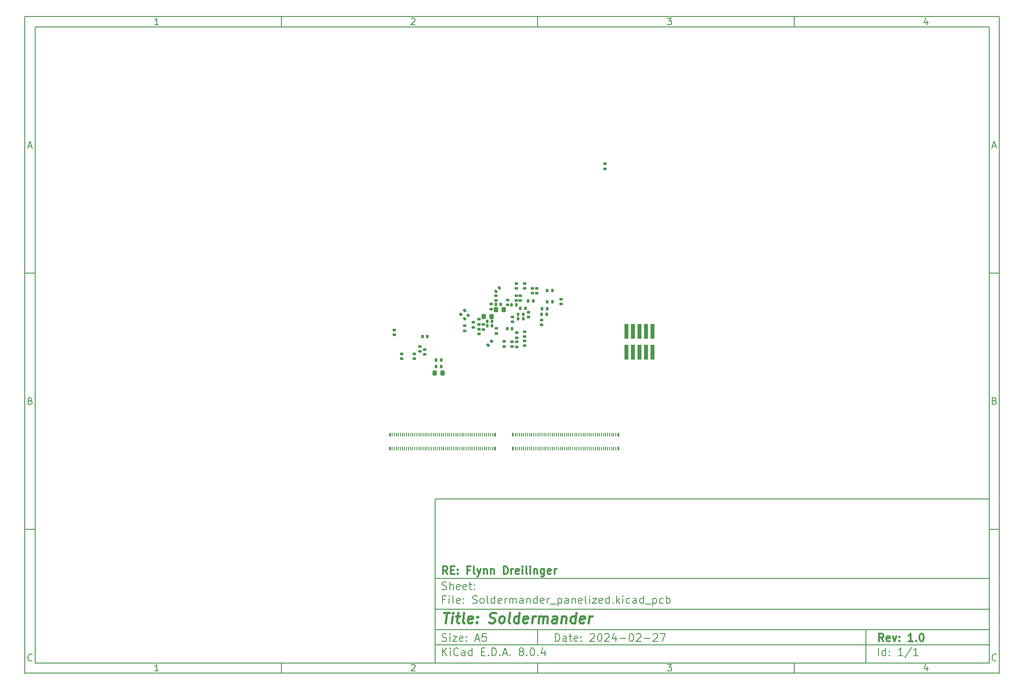
<source format=gbr>
%TF.GenerationSoftware,KiCad,Pcbnew,8.0.4*%
%TF.CreationDate,2024-07-26T20:24:48-07:00*%
%TF.ProjectId,Soldermander_panelized,536f6c64-6572-46d6-916e-6465725f7061,1.0*%
%TF.SameCoordinates,Original*%
%TF.FileFunction,Paste,Bot*%
%TF.FilePolarity,Positive*%
%FSLAX46Y46*%
G04 Gerber Fmt 4.6, Leading zero omitted, Abs format (unit mm)*
G04 Created by KiCad (PCBNEW 8.0.4) date 2024-07-26 20:24:48*
%MOMM*%
%LPD*%
G01*
G04 APERTURE LIST*
G04 Aperture macros list*
%AMRoundRect*
0 Rectangle with rounded corners*
0 $1 Rounding radius*
0 $2 $3 $4 $5 $6 $7 $8 $9 X,Y pos of 4 corners*
0 Add a 4 corners polygon primitive as box body*
4,1,4,$2,$3,$4,$5,$6,$7,$8,$9,$2,$3,0*
0 Add four circle primitives for the rounded corners*
1,1,$1+$1,$2,$3*
1,1,$1+$1,$4,$5*
1,1,$1+$1,$6,$7*
1,1,$1+$1,$8,$9*
0 Add four rect primitives between the rounded corners*
20,1,$1+$1,$2,$3,$4,$5,0*
20,1,$1+$1,$4,$5,$6,$7,0*
20,1,$1+$1,$6,$7,$8,$9,0*
20,1,$1+$1,$8,$9,$2,$3,0*%
G04 Aperture macros list end*
%ADD10C,0.100000*%
%ADD11C,0.150000*%
%ADD12C,0.300000*%
%ADD13C,0.400000*%
%ADD14C,0.010000*%
%ADD15RoundRect,0.140000X-0.140000X-0.170000X0.140000X-0.170000X0.140000X0.170000X-0.140000X0.170000X0*%
%ADD16RoundRect,0.140000X0.140000X0.170000X-0.140000X0.170000X-0.140000X-0.170000X0.140000X-0.170000X0*%
%ADD17RoundRect,0.140000X0.170000X-0.140000X0.170000X0.140000X-0.170000X0.140000X-0.170000X-0.140000X0*%
%ADD18RoundRect,0.140000X-0.170000X0.140000X-0.170000X-0.140000X0.170000X-0.140000X0.170000X0.140000X0*%
%ADD19RoundRect,0.147500X0.147500X0.172500X-0.147500X0.172500X-0.147500X-0.172500X0.147500X-0.172500X0*%
%ADD20RoundRect,0.147500X-0.147500X-0.172500X0.147500X-0.172500X0.147500X0.172500X-0.147500X0.172500X0*%
%ADD21R,0.740000X2.790000*%
%ADD22RoundRect,0.135000X-0.035355X0.226274X-0.226274X0.035355X0.035355X-0.226274X0.226274X-0.035355X0*%
%ADD23RoundRect,0.140000X0.021213X-0.219203X0.219203X-0.021213X-0.021213X0.219203X-0.219203X0.021213X0*%
%ADD24RoundRect,0.135000X-0.135000X-0.185000X0.135000X-0.185000X0.135000X0.185000X-0.135000X0.185000X0*%
%ADD25RoundRect,0.225000X-0.225000X-0.250000X0.225000X-0.250000X0.225000X0.250000X-0.225000X0.250000X0*%
%ADD26RoundRect,0.135000X-0.185000X0.135000X-0.185000X-0.135000X0.185000X-0.135000X0.185000X0.135000X0*%
%ADD27R,0.230000X0.660000*%
%ADD28R,0.350000X0.660000*%
%ADD29RoundRect,0.135000X0.185000X-0.135000X0.185000X0.135000X-0.185000X0.135000X-0.185000X-0.135000X0*%
%ADD30RoundRect,0.135000X0.035355X-0.226274X0.226274X-0.035355X-0.035355X0.226274X-0.226274X0.035355X0*%
%ADD31RoundRect,0.140000X-0.021213X0.219203X-0.219203X0.021213X0.021213X-0.219203X0.219203X-0.021213X0*%
%ADD32RoundRect,0.225000X0.225000X0.250000X-0.225000X0.250000X-0.225000X-0.250000X0.225000X-0.250000X0*%
G04 APERTURE END LIST*
D10*
D11*
X90007200Y-104005800D02*
X198007200Y-104005800D01*
X198007200Y-136005800D01*
X90007200Y-136005800D01*
X90007200Y-104005800D01*
D10*
D11*
X10000000Y-10000000D02*
X200007200Y-10000000D01*
X200007200Y-138005800D01*
X10000000Y-138005800D01*
X10000000Y-10000000D01*
D10*
D11*
X12000000Y-12000000D02*
X198007200Y-12000000D01*
X198007200Y-136005800D01*
X12000000Y-136005800D01*
X12000000Y-12000000D01*
D10*
D11*
X60000000Y-12000000D02*
X60000000Y-10000000D01*
D10*
D11*
X110000000Y-12000000D02*
X110000000Y-10000000D01*
D10*
D11*
X160000000Y-12000000D02*
X160000000Y-10000000D01*
D10*
D11*
X36089160Y-11593604D02*
X35346303Y-11593604D01*
X35717731Y-11593604D02*
X35717731Y-10293604D01*
X35717731Y-10293604D02*
X35593922Y-10479319D01*
X35593922Y-10479319D02*
X35470112Y-10603128D01*
X35470112Y-10603128D02*
X35346303Y-10665033D01*
D10*
D11*
X85346303Y-10417414D02*
X85408207Y-10355509D01*
X85408207Y-10355509D02*
X85532017Y-10293604D01*
X85532017Y-10293604D02*
X85841541Y-10293604D01*
X85841541Y-10293604D02*
X85965350Y-10355509D01*
X85965350Y-10355509D02*
X86027255Y-10417414D01*
X86027255Y-10417414D02*
X86089160Y-10541223D01*
X86089160Y-10541223D02*
X86089160Y-10665033D01*
X86089160Y-10665033D02*
X86027255Y-10850747D01*
X86027255Y-10850747D02*
X85284398Y-11593604D01*
X85284398Y-11593604D02*
X86089160Y-11593604D01*
D10*
D11*
X135284398Y-10293604D02*
X136089160Y-10293604D01*
X136089160Y-10293604D02*
X135655826Y-10788842D01*
X135655826Y-10788842D02*
X135841541Y-10788842D01*
X135841541Y-10788842D02*
X135965350Y-10850747D01*
X135965350Y-10850747D02*
X136027255Y-10912652D01*
X136027255Y-10912652D02*
X136089160Y-11036461D01*
X136089160Y-11036461D02*
X136089160Y-11345985D01*
X136089160Y-11345985D02*
X136027255Y-11469795D01*
X136027255Y-11469795D02*
X135965350Y-11531700D01*
X135965350Y-11531700D02*
X135841541Y-11593604D01*
X135841541Y-11593604D02*
X135470112Y-11593604D01*
X135470112Y-11593604D02*
X135346303Y-11531700D01*
X135346303Y-11531700D02*
X135284398Y-11469795D01*
D10*
D11*
X185965350Y-10726938D02*
X185965350Y-11593604D01*
X185655826Y-10231700D02*
X185346303Y-11160271D01*
X185346303Y-11160271D02*
X186151064Y-11160271D01*
D10*
D11*
X60000000Y-136005800D02*
X60000000Y-138005800D01*
D10*
D11*
X110000000Y-136005800D02*
X110000000Y-138005800D01*
D10*
D11*
X160000000Y-136005800D02*
X160000000Y-138005800D01*
D10*
D11*
X36089160Y-137599404D02*
X35346303Y-137599404D01*
X35717731Y-137599404D02*
X35717731Y-136299404D01*
X35717731Y-136299404D02*
X35593922Y-136485119D01*
X35593922Y-136485119D02*
X35470112Y-136608928D01*
X35470112Y-136608928D02*
X35346303Y-136670833D01*
D10*
D11*
X85346303Y-136423214D02*
X85408207Y-136361309D01*
X85408207Y-136361309D02*
X85532017Y-136299404D01*
X85532017Y-136299404D02*
X85841541Y-136299404D01*
X85841541Y-136299404D02*
X85965350Y-136361309D01*
X85965350Y-136361309D02*
X86027255Y-136423214D01*
X86027255Y-136423214D02*
X86089160Y-136547023D01*
X86089160Y-136547023D02*
X86089160Y-136670833D01*
X86089160Y-136670833D02*
X86027255Y-136856547D01*
X86027255Y-136856547D02*
X85284398Y-137599404D01*
X85284398Y-137599404D02*
X86089160Y-137599404D01*
D10*
D11*
X135284398Y-136299404D02*
X136089160Y-136299404D01*
X136089160Y-136299404D02*
X135655826Y-136794642D01*
X135655826Y-136794642D02*
X135841541Y-136794642D01*
X135841541Y-136794642D02*
X135965350Y-136856547D01*
X135965350Y-136856547D02*
X136027255Y-136918452D01*
X136027255Y-136918452D02*
X136089160Y-137042261D01*
X136089160Y-137042261D02*
X136089160Y-137351785D01*
X136089160Y-137351785D02*
X136027255Y-137475595D01*
X136027255Y-137475595D02*
X135965350Y-137537500D01*
X135965350Y-137537500D02*
X135841541Y-137599404D01*
X135841541Y-137599404D02*
X135470112Y-137599404D01*
X135470112Y-137599404D02*
X135346303Y-137537500D01*
X135346303Y-137537500D02*
X135284398Y-137475595D01*
D10*
D11*
X185965350Y-136732738D02*
X185965350Y-137599404D01*
X185655826Y-136237500D02*
X185346303Y-137166071D01*
X185346303Y-137166071D02*
X186151064Y-137166071D01*
D10*
D11*
X10000000Y-60000000D02*
X12000000Y-60000000D01*
D10*
D11*
X10000000Y-110000000D02*
X12000000Y-110000000D01*
D10*
D11*
X10690476Y-35222176D02*
X11309523Y-35222176D01*
X10566666Y-35593604D02*
X10999999Y-34293604D01*
X10999999Y-34293604D02*
X11433333Y-35593604D01*
D10*
D11*
X11092857Y-84912652D02*
X11278571Y-84974557D01*
X11278571Y-84974557D02*
X11340476Y-85036461D01*
X11340476Y-85036461D02*
X11402380Y-85160271D01*
X11402380Y-85160271D02*
X11402380Y-85345985D01*
X11402380Y-85345985D02*
X11340476Y-85469795D01*
X11340476Y-85469795D02*
X11278571Y-85531700D01*
X11278571Y-85531700D02*
X11154761Y-85593604D01*
X11154761Y-85593604D02*
X10659523Y-85593604D01*
X10659523Y-85593604D02*
X10659523Y-84293604D01*
X10659523Y-84293604D02*
X11092857Y-84293604D01*
X11092857Y-84293604D02*
X11216666Y-84355509D01*
X11216666Y-84355509D02*
X11278571Y-84417414D01*
X11278571Y-84417414D02*
X11340476Y-84541223D01*
X11340476Y-84541223D02*
X11340476Y-84665033D01*
X11340476Y-84665033D02*
X11278571Y-84788842D01*
X11278571Y-84788842D02*
X11216666Y-84850747D01*
X11216666Y-84850747D02*
X11092857Y-84912652D01*
X11092857Y-84912652D02*
X10659523Y-84912652D01*
D10*
D11*
X11402380Y-135469795D02*
X11340476Y-135531700D01*
X11340476Y-135531700D02*
X11154761Y-135593604D01*
X11154761Y-135593604D02*
X11030952Y-135593604D01*
X11030952Y-135593604D02*
X10845238Y-135531700D01*
X10845238Y-135531700D02*
X10721428Y-135407890D01*
X10721428Y-135407890D02*
X10659523Y-135284080D01*
X10659523Y-135284080D02*
X10597619Y-135036461D01*
X10597619Y-135036461D02*
X10597619Y-134850747D01*
X10597619Y-134850747D02*
X10659523Y-134603128D01*
X10659523Y-134603128D02*
X10721428Y-134479319D01*
X10721428Y-134479319D02*
X10845238Y-134355509D01*
X10845238Y-134355509D02*
X11030952Y-134293604D01*
X11030952Y-134293604D02*
X11154761Y-134293604D01*
X11154761Y-134293604D02*
X11340476Y-134355509D01*
X11340476Y-134355509D02*
X11402380Y-134417414D01*
D10*
D11*
X200007200Y-60000000D02*
X198007200Y-60000000D01*
D10*
D11*
X200007200Y-110000000D02*
X198007200Y-110000000D01*
D10*
D11*
X198697676Y-35222176D02*
X199316723Y-35222176D01*
X198573866Y-35593604D02*
X199007199Y-34293604D01*
X199007199Y-34293604D02*
X199440533Y-35593604D01*
D10*
D11*
X199100057Y-84912652D02*
X199285771Y-84974557D01*
X199285771Y-84974557D02*
X199347676Y-85036461D01*
X199347676Y-85036461D02*
X199409580Y-85160271D01*
X199409580Y-85160271D02*
X199409580Y-85345985D01*
X199409580Y-85345985D02*
X199347676Y-85469795D01*
X199347676Y-85469795D02*
X199285771Y-85531700D01*
X199285771Y-85531700D02*
X199161961Y-85593604D01*
X199161961Y-85593604D02*
X198666723Y-85593604D01*
X198666723Y-85593604D02*
X198666723Y-84293604D01*
X198666723Y-84293604D02*
X199100057Y-84293604D01*
X199100057Y-84293604D02*
X199223866Y-84355509D01*
X199223866Y-84355509D02*
X199285771Y-84417414D01*
X199285771Y-84417414D02*
X199347676Y-84541223D01*
X199347676Y-84541223D02*
X199347676Y-84665033D01*
X199347676Y-84665033D02*
X199285771Y-84788842D01*
X199285771Y-84788842D02*
X199223866Y-84850747D01*
X199223866Y-84850747D02*
X199100057Y-84912652D01*
X199100057Y-84912652D02*
X198666723Y-84912652D01*
D10*
D11*
X199409580Y-135469795D02*
X199347676Y-135531700D01*
X199347676Y-135531700D02*
X199161961Y-135593604D01*
X199161961Y-135593604D02*
X199038152Y-135593604D01*
X199038152Y-135593604D02*
X198852438Y-135531700D01*
X198852438Y-135531700D02*
X198728628Y-135407890D01*
X198728628Y-135407890D02*
X198666723Y-135284080D01*
X198666723Y-135284080D02*
X198604819Y-135036461D01*
X198604819Y-135036461D02*
X198604819Y-134850747D01*
X198604819Y-134850747D02*
X198666723Y-134603128D01*
X198666723Y-134603128D02*
X198728628Y-134479319D01*
X198728628Y-134479319D02*
X198852438Y-134355509D01*
X198852438Y-134355509D02*
X199038152Y-134293604D01*
X199038152Y-134293604D02*
X199161961Y-134293604D01*
X199161961Y-134293604D02*
X199347676Y-134355509D01*
X199347676Y-134355509D02*
X199409580Y-134417414D01*
D10*
D11*
X113463026Y-131791928D02*
X113463026Y-130291928D01*
X113463026Y-130291928D02*
X113820169Y-130291928D01*
X113820169Y-130291928D02*
X114034455Y-130363357D01*
X114034455Y-130363357D02*
X114177312Y-130506214D01*
X114177312Y-130506214D02*
X114248741Y-130649071D01*
X114248741Y-130649071D02*
X114320169Y-130934785D01*
X114320169Y-130934785D02*
X114320169Y-131149071D01*
X114320169Y-131149071D02*
X114248741Y-131434785D01*
X114248741Y-131434785D02*
X114177312Y-131577642D01*
X114177312Y-131577642D02*
X114034455Y-131720500D01*
X114034455Y-131720500D02*
X113820169Y-131791928D01*
X113820169Y-131791928D02*
X113463026Y-131791928D01*
X115605884Y-131791928D02*
X115605884Y-131006214D01*
X115605884Y-131006214D02*
X115534455Y-130863357D01*
X115534455Y-130863357D02*
X115391598Y-130791928D01*
X115391598Y-130791928D02*
X115105884Y-130791928D01*
X115105884Y-130791928D02*
X114963026Y-130863357D01*
X115605884Y-131720500D02*
X115463026Y-131791928D01*
X115463026Y-131791928D02*
X115105884Y-131791928D01*
X115105884Y-131791928D02*
X114963026Y-131720500D01*
X114963026Y-131720500D02*
X114891598Y-131577642D01*
X114891598Y-131577642D02*
X114891598Y-131434785D01*
X114891598Y-131434785D02*
X114963026Y-131291928D01*
X114963026Y-131291928D02*
X115105884Y-131220500D01*
X115105884Y-131220500D02*
X115463026Y-131220500D01*
X115463026Y-131220500D02*
X115605884Y-131149071D01*
X116105884Y-130791928D02*
X116677312Y-130791928D01*
X116320169Y-130291928D02*
X116320169Y-131577642D01*
X116320169Y-131577642D02*
X116391598Y-131720500D01*
X116391598Y-131720500D02*
X116534455Y-131791928D01*
X116534455Y-131791928D02*
X116677312Y-131791928D01*
X117748741Y-131720500D02*
X117605884Y-131791928D01*
X117605884Y-131791928D02*
X117320170Y-131791928D01*
X117320170Y-131791928D02*
X117177312Y-131720500D01*
X117177312Y-131720500D02*
X117105884Y-131577642D01*
X117105884Y-131577642D02*
X117105884Y-131006214D01*
X117105884Y-131006214D02*
X117177312Y-130863357D01*
X117177312Y-130863357D02*
X117320170Y-130791928D01*
X117320170Y-130791928D02*
X117605884Y-130791928D01*
X117605884Y-130791928D02*
X117748741Y-130863357D01*
X117748741Y-130863357D02*
X117820170Y-131006214D01*
X117820170Y-131006214D02*
X117820170Y-131149071D01*
X117820170Y-131149071D02*
X117105884Y-131291928D01*
X118463026Y-131649071D02*
X118534455Y-131720500D01*
X118534455Y-131720500D02*
X118463026Y-131791928D01*
X118463026Y-131791928D02*
X118391598Y-131720500D01*
X118391598Y-131720500D02*
X118463026Y-131649071D01*
X118463026Y-131649071D02*
X118463026Y-131791928D01*
X118463026Y-130863357D02*
X118534455Y-130934785D01*
X118534455Y-130934785D02*
X118463026Y-131006214D01*
X118463026Y-131006214D02*
X118391598Y-130934785D01*
X118391598Y-130934785D02*
X118463026Y-130863357D01*
X118463026Y-130863357D02*
X118463026Y-131006214D01*
X120248741Y-130434785D02*
X120320169Y-130363357D01*
X120320169Y-130363357D02*
X120463027Y-130291928D01*
X120463027Y-130291928D02*
X120820169Y-130291928D01*
X120820169Y-130291928D02*
X120963027Y-130363357D01*
X120963027Y-130363357D02*
X121034455Y-130434785D01*
X121034455Y-130434785D02*
X121105884Y-130577642D01*
X121105884Y-130577642D02*
X121105884Y-130720500D01*
X121105884Y-130720500D02*
X121034455Y-130934785D01*
X121034455Y-130934785D02*
X120177312Y-131791928D01*
X120177312Y-131791928D02*
X121105884Y-131791928D01*
X122034455Y-130291928D02*
X122177312Y-130291928D01*
X122177312Y-130291928D02*
X122320169Y-130363357D01*
X122320169Y-130363357D02*
X122391598Y-130434785D01*
X122391598Y-130434785D02*
X122463026Y-130577642D01*
X122463026Y-130577642D02*
X122534455Y-130863357D01*
X122534455Y-130863357D02*
X122534455Y-131220500D01*
X122534455Y-131220500D02*
X122463026Y-131506214D01*
X122463026Y-131506214D02*
X122391598Y-131649071D01*
X122391598Y-131649071D02*
X122320169Y-131720500D01*
X122320169Y-131720500D02*
X122177312Y-131791928D01*
X122177312Y-131791928D02*
X122034455Y-131791928D01*
X122034455Y-131791928D02*
X121891598Y-131720500D01*
X121891598Y-131720500D02*
X121820169Y-131649071D01*
X121820169Y-131649071D02*
X121748740Y-131506214D01*
X121748740Y-131506214D02*
X121677312Y-131220500D01*
X121677312Y-131220500D02*
X121677312Y-130863357D01*
X121677312Y-130863357D02*
X121748740Y-130577642D01*
X121748740Y-130577642D02*
X121820169Y-130434785D01*
X121820169Y-130434785D02*
X121891598Y-130363357D01*
X121891598Y-130363357D02*
X122034455Y-130291928D01*
X123105883Y-130434785D02*
X123177311Y-130363357D01*
X123177311Y-130363357D02*
X123320169Y-130291928D01*
X123320169Y-130291928D02*
X123677311Y-130291928D01*
X123677311Y-130291928D02*
X123820169Y-130363357D01*
X123820169Y-130363357D02*
X123891597Y-130434785D01*
X123891597Y-130434785D02*
X123963026Y-130577642D01*
X123963026Y-130577642D02*
X123963026Y-130720500D01*
X123963026Y-130720500D02*
X123891597Y-130934785D01*
X123891597Y-130934785D02*
X123034454Y-131791928D01*
X123034454Y-131791928D02*
X123963026Y-131791928D01*
X125248740Y-130791928D02*
X125248740Y-131791928D01*
X124891597Y-130220500D02*
X124534454Y-131291928D01*
X124534454Y-131291928D02*
X125463025Y-131291928D01*
X126034453Y-131220500D02*
X127177311Y-131220500D01*
X128177311Y-130291928D02*
X128320168Y-130291928D01*
X128320168Y-130291928D02*
X128463025Y-130363357D01*
X128463025Y-130363357D02*
X128534454Y-130434785D01*
X128534454Y-130434785D02*
X128605882Y-130577642D01*
X128605882Y-130577642D02*
X128677311Y-130863357D01*
X128677311Y-130863357D02*
X128677311Y-131220500D01*
X128677311Y-131220500D02*
X128605882Y-131506214D01*
X128605882Y-131506214D02*
X128534454Y-131649071D01*
X128534454Y-131649071D02*
X128463025Y-131720500D01*
X128463025Y-131720500D02*
X128320168Y-131791928D01*
X128320168Y-131791928D02*
X128177311Y-131791928D01*
X128177311Y-131791928D02*
X128034454Y-131720500D01*
X128034454Y-131720500D02*
X127963025Y-131649071D01*
X127963025Y-131649071D02*
X127891596Y-131506214D01*
X127891596Y-131506214D02*
X127820168Y-131220500D01*
X127820168Y-131220500D02*
X127820168Y-130863357D01*
X127820168Y-130863357D02*
X127891596Y-130577642D01*
X127891596Y-130577642D02*
X127963025Y-130434785D01*
X127963025Y-130434785D02*
X128034454Y-130363357D01*
X128034454Y-130363357D02*
X128177311Y-130291928D01*
X129248739Y-130434785D02*
X129320167Y-130363357D01*
X129320167Y-130363357D02*
X129463025Y-130291928D01*
X129463025Y-130291928D02*
X129820167Y-130291928D01*
X129820167Y-130291928D02*
X129963025Y-130363357D01*
X129963025Y-130363357D02*
X130034453Y-130434785D01*
X130034453Y-130434785D02*
X130105882Y-130577642D01*
X130105882Y-130577642D02*
X130105882Y-130720500D01*
X130105882Y-130720500D02*
X130034453Y-130934785D01*
X130034453Y-130934785D02*
X129177310Y-131791928D01*
X129177310Y-131791928D02*
X130105882Y-131791928D01*
X130748738Y-131220500D02*
X131891596Y-131220500D01*
X132534453Y-130434785D02*
X132605881Y-130363357D01*
X132605881Y-130363357D02*
X132748739Y-130291928D01*
X132748739Y-130291928D02*
X133105881Y-130291928D01*
X133105881Y-130291928D02*
X133248739Y-130363357D01*
X133248739Y-130363357D02*
X133320167Y-130434785D01*
X133320167Y-130434785D02*
X133391596Y-130577642D01*
X133391596Y-130577642D02*
X133391596Y-130720500D01*
X133391596Y-130720500D02*
X133320167Y-130934785D01*
X133320167Y-130934785D02*
X132463024Y-131791928D01*
X132463024Y-131791928D02*
X133391596Y-131791928D01*
X133891595Y-130291928D02*
X134891595Y-130291928D01*
X134891595Y-130291928D02*
X134248738Y-131791928D01*
D10*
D11*
X90007200Y-132505800D02*
X198007200Y-132505800D01*
D10*
D11*
X91463026Y-134591928D02*
X91463026Y-133091928D01*
X92320169Y-134591928D02*
X91677312Y-133734785D01*
X92320169Y-133091928D02*
X91463026Y-133949071D01*
X92963026Y-134591928D02*
X92963026Y-133591928D01*
X92963026Y-133091928D02*
X92891598Y-133163357D01*
X92891598Y-133163357D02*
X92963026Y-133234785D01*
X92963026Y-133234785D02*
X93034455Y-133163357D01*
X93034455Y-133163357D02*
X92963026Y-133091928D01*
X92963026Y-133091928D02*
X92963026Y-133234785D01*
X94534455Y-134449071D02*
X94463027Y-134520500D01*
X94463027Y-134520500D02*
X94248741Y-134591928D01*
X94248741Y-134591928D02*
X94105884Y-134591928D01*
X94105884Y-134591928D02*
X93891598Y-134520500D01*
X93891598Y-134520500D02*
X93748741Y-134377642D01*
X93748741Y-134377642D02*
X93677312Y-134234785D01*
X93677312Y-134234785D02*
X93605884Y-133949071D01*
X93605884Y-133949071D02*
X93605884Y-133734785D01*
X93605884Y-133734785D02*
X93677312Y-133449071D01*
X93677312Y-133449071D02*
X93748741Y-133306214D01*
X93748741Y-133306214D02*
X93891598Y-133163357D01*
X93891598Y-133163357D02*
X94105884Y-133091928D01*
X94105884Y-133091928D02*
X94248741Y-133091928D01*
X94248741Y-133091928D02*
X94463027Y-133163357D01*
X94463027Y-133163357D02*
X94534455Y-133234785D01*
X95820170Y-134591928D02*
X95820170Y-133806214D01*
X95820170Y-133806214D02*
X95748741Y-133663357D01*
X95748741Y-133663357D02*
X95605884Y-133591928D01*
X95605884Y-133591928D02*
X95320170Y-133591928D01*
X95320170Y-133591928D02*
X95177312Y-133663357D01*
X95820170Y-134520500D02*
X95677312Y-134591928D01*
X95677312Y-134591928D02*
X95320170Y-134591928D01*
X95320170Y-134591928D02*
X95177312Y-134520500D01*
X95177312Y-134520500D02*
X95105884Y-134377642D01*
X95105884Y-134377642D02*
X95105884Y-134234785D01*
X95105884Y-134234785D02*
X95177312Y-134091928D01*
X95177312Y-134091928D02*
X95320170Y-134020500D01*
X95320170Y-134020500D02*
X95677312Y-134020500D01*
X95677312Y-134020500D02*
X95820170Y-133949071D01*
X97177313Y-134591928D02*
X97177313Y-133091928D01*
X97177313Y-134520500D02*
X97034455Y-134591928D01*
X97034455Y-134591928D02*
X96748741Y-134591928D01*
X96748741Y-134591928D02*
X96605884Y-134520500D01*
X96605884Y-134520500D02*
X96534455Y-134449071D01*
X96534455Y-134449071D02*
X96463027Y-134306214D01*
X96463027Y-134306214D02*
X96463027Y-133877642D01*
X96463027Y-133877642D02*
X96534455Y-133734785D01*
X96534455Y-133734785D02*
X96605884Y-133663357D01*
X96605884Y-133663357D02*
X96748741Y-133591928D01*
X96748741Y-133591928D02*
X97034455Y-133591928D01*
X97034455Y-133591928D02*
X97177313Y-133663357D01*
X99034455Y-133806214D02*
X99534455Y-133806214D01*
X99748741Y-134591928D02*
X99034455Y-134591928D01*
X99034455Y-134591928D02*
X99034455Y-133091928D01*
X99034455Y-133091928D02*
X99748741Y-133091928D01*
X100391598Y-134449071D02*
X100463027Y-134520500D01*
X100463027Y-134520500D02*
X100391598Y-134591928D01*
X100391598Y-134591928D02*
X100320170Y-134520500D01*
X100320170Y-134520500D02*
X100391598Y-134449071D01*
X100391598Y-134449071D02*
X100391598Y-134591928D01*
X101105884Y-134591928D02*
X101105884Y-133091928D01*
X101105884Y-133091928D02*
X101463027Y-133091928D01*
X101463027Y-133091928D02*
X101677313Y-133163357D01*
X101677313Y-133163357D02*
X101820170Y-133306214D01*
X101820170Y-133306214D02*
X101891599Y-133449071D01*
X101891599Y-133449071D02*
X101963027Y-133734785D01*
X101963027Y-133734785D02*
X101963027Y-133949071D01*
X101963027Y-133949071D02*
X101891599Y-134234785D01*
X101891599Y-134234785D02*
X101820170Y-134377642D01*
X101820170Y-134377642D02*
X101677313Y-134520500D01*
X101677313Y-134520500D02*
X101463027Y-134591928D01*
X101463027Y-134591928D02*
X101105884Y-134591928D01*
X102605884Y-134449071D02*
X102677313Y-134520500D01*
X102677313Y-134520500D02*
X102605884Y-134591928D01*
X102605884Y-134591928D02*
X102534456Y-134520500D01*
X102534456Y-134520500D02*
X102605884Y-134449071D01*
X102605884Y-134449071D02*
X102605884Y-134591928D01*
X103248742Y-134163357D02*
X103963028Y-134163357D01*
X103105885Y-134591928D02*
X103605885Y-133091928D01*
X103605885Y-133091928D02*
X104105885Y-134591928D01*
X104605884Y-134449071D02*
X104677313Y-134520500D01*
X104677313Y-134520500D02*
X104605884Y-134591928D01*
X104605884Y-134591928D02*
X104534456Y-134520500D01*
X104534456Y-134520500D02*
X104605884Y-134449071D01*
X104605884Y-134449071D02*
X104605884Y-134591928D01*
X106677313Y-133734785D02*
X106534456Y-133663357D01*
X106534456Y-133663357D02*
X106463027Y-133591928D01*
X106463027Y-133591928D02*
X106391599Y-133449071D01*
X106391599Y-133449071D02*
X106391599Y-133377642D01*
X106391599Y-133377642D02*
X106463027Y-133234785D01*
X106463027Y-133234785D02*
X106534456Y-133163357D01*
X106534456Y-133163357D02*
X106677313Y-133091928D01*
X106677313Y-133091928D02*
X106963027Y-133091928D01*
X106963027Y-133091928D02*
X107105885Y-133163357D01*
X107105885Y-133163357D02*
X107177313Y-133234785D01*
X107177313Y-133234785D02*
X107248742Y-133377642D01*
X107248742Y-133377642D02*
X107248742Y-133449071D01*
X107248742Y-133449071D02*
X107177313Y-133591928D01*
X107177313Y-133591928D02*
X107105885Y-133663357D01*
X107105885Y-133663357D02*
X106963027Y-133734785D01*
X106963027Y-133734785D02*
X106677313Y-133734785D01*
X106677313Y-133734785D02*
X106534456Y-133806214D01*
X106534456Y-133806214D02*
X106463027Y-133877642D01*
X106463027Y-133877642D02*
X106391599Y-134020500D01*
X106391599Y-134020500D02*
X106391599Y-134306214D01*
X106391599Y-134306214D02*
X106463027Y-134449071D01*
X106463027Y-134449071D02*
X106534456Y-134520500D01*
X106534456Y-134520500D02*
X106677313Y-134591928D01*
X106677313Y-134591928D02*
X106963027Y-134591928D01*
X106963027Y-134591928D02*
X107105885Y-134520500D01*
X107105885Y-134520500D02*
X107177313Y-134449071D01*
X107177313Y-134449071D02*
X107248742Y-134306214D01*
X107248742Y-134306214D02*
X107248742Y-134020500D01*
X107248742Y-134020500D02*
X107177313Y-133877642D01*
X107177313Y-133877642D02*
X107105885Y-133806214D01*
X107105885Y-133806214D02*
X106963027Y-133734785D01*
X107891598Y-134449071D02*
X107963027Y-134520500D01*
X107963027Y-134520500D02*
X107891598Y-134591928D01*
X107891598Y-134591928D02*
X107820170Y-134520500D01*
X107820170Y-134520500D02*
X107891598Y-134449071D01*
X107891598Y-134449071D02*
X107891598Y-134591928D01*
X108891599Y-133091928D02*
X109034456Y-133091928D01*
X109034456Y-133091928D02*
X109177313Y-133163357D01*
X109177313Y-133163357D02*
X109248742Y-133234785D01*
X109248742Y-133234785D02*
X109320170Y-133377642D01*
X109320170Y-133377642D02*
X109391599Y-133663357D01*
X109391599Y-133663357D02*
X109391599Y-134020500D01*
X109391599Y-134020500D02*
X109320170Y-134306214D01*
X109320170Y-134306214D02*
X109248742Y-134449071D01*
X109248742Y-134449071D02*
X109177313Y-134520500D01*
X109177313Y-134520500D02*
X109034456Y-134591928D01*
X109034456Y-134591928D02*
X108891599Y-134591928D01*
X108891599Y-134591928D02*
X108748742Y-134520500D01*
X108748742Y-134520500D02*
X108677313Y-134449071D01*
X108677313Y-134449071D02*
X108605884Y-134306214D01*
X108605884Y-134306214D02*
X108534456Y-134020500D01*
X108534456Y-134020500D02*
X108534456Y-133663357D01*
X108534456Y-133663357D02*
X108605884Y-133377642D01*
X108605884Y-133377642D02*
X108677313Y-133234785D01*
X108677313Y-133234785D02*
X108748742Y-133163357D01*
X108748742Y-133163357D02*
X108891599Y-133091928D01*
X110034455Y-134449071D02*
X110105884Y-134520500D01*
X110105884Y-134520500D02*
X110034455Y-134591928D01*
X110034455Y-134591928D02*
X109963027Y-134520500D01*
X109963027Y-134520500D02*
X110034455Y-134449071D01*
X110034455Y-134449071D02*
X110034455Y-134591928D01*
X111391599Y-133591928D02*
X111391599Y-134591928D01*
X111034456Y-133020500D02*
X110677313Y-134091928D01*
X110677313Y-134091928D02*
X111605884Y-134091928D01*
D10*
D11*
X90007200Y-129505800D02*
X198007200Y-129505800D01*
D10*
D12*
X177418853Y-131784128D02*
X176918853Y-131069842D01*
X176561710Y-131784128D02*
X176561710Y-130284128D01*
X176561710Y-130284128D02*
X177133139Y-130284128D01*
X177133139Y-130284128D02*
X177275996Y-130355557D01*
X177275996Y-130355557D02*
X177347425Y-130426985D01*
X177347425Y-130426985D02*
X177418853Y-130569842D01*
X177418853Y-130569842D02*
X177418853Y-130784128D01*
X177418853Y-130784128D02*
X177347425Y-130926985D01*
X177347425Y-130926985D02*
X177275996Y-130998414D01*
X177275996Y-130998414D02*
X177133139Y-131069842D01*
X177133139Y-131069842D02*
X176561710Y-131069842D01*
X178633139Y-131712700D02*
X178490282Y-131784128D01*
X178490282Y-131784128D02*
X178204568Y-131784128D01*
X178204568Y-131784128D02*
X178061710Y-131712700D01*
X178061710Y-131712700D02*
X177990282Y-131569842D01*
X177990282Y-131569842D02*
X177990282Y-130998414D01*
X177990282Y-130998414D02*
X178061710Y-130855557D01*
X178061710Y-130855557D02*
X178204568Y-130784128D01*
X178204568Y-130784128D02*
X178490282Y-130784128D01*
X178490282Y-130784128D02*
X178633139Y-130855557D01*
X178633139Y-130855557D02*
X178704568Y-130998414D01*
X178704568Y-130998414D02*
X178704568Y-131141271D01*
X178704568Y-131141271D02*
X177990282Y-131284128D01*
X179204567Y-130784128D02*
X179561710Y-131784128D01*
X179561710Y-131784128D02*
X179918853Y-130784128D01*
X180490281Y-131641271D02*
X180561710Y-131712700D01*
X180561710Y-131712700D02*
X180490281Y-131784128D01*
X180490281Y-131784128D02*
X180418853Y-131712700D01*
X180418853Y-131712700D02*
X180490281Y-131641271D01*
X180490281Y-131641271D02*
X180490281Y-131784128D01*
X180490281Y-130855557D02*
X180561710Y-130926985D01*
X180561710Y-130926985D02*
X180490281Y-130998414D01*
X180490281Y-130998414D02*
X180418853Y-130926985D01*
X180418853Y-130926985D02*
X180490281Y-130855557D01*
X180490281Y-130855557D02*
X180490281Y-130998414D01*
X183133139Y-131784128D02*
X182275996Y-131784128D01*
X182704567Y-131784128D02*
X182704567Y-130284128D01*
X182704567Y-130284128D02*
X182561710Y-130498414D01*
X182561710Y-130498414D02*
X182418853Y-130641271D01*
X182418853Y-130641271D02*
X182275996Y-130712700D01*
X183775995Y-131641271D02*
X183847424Y-131712700D01*
X183847424Y-131712700D02*
X183775995Y-131784128D01*
X183775995Y-131784128D02*
X183704567Y-131712700D01*
X183704567Y-131712700D02*
X183775995Y-131641271D01*
X183775995Y-131641271D02*
X183775995Y-131784128D01*
X184775996Y-130284128D02*
X184918853Y-130284128D01*
X184918853Y-130284128D02*
X185061710Y-130355557D01*
X185061710Y-130355557D02*
X185133139Y-130426985D01*
X185133139Y-130426985D02*
X185204567Y-130569842D01*
X185204567Y-130569842D02*
X185275996Y-130855557D01*
X185275996Y-130855557D02*
X185275996Y-131212700D01*
X185275996Y-131212700D02*
X185204567Y-131498414D01*
X185204567Y-131498414D02*
X185133139Y-131641271D01*
X185133139Y-131641271D02*
X185061710Y-131712700D01*
X185061710Y-131712700D02*
X184918853Y-131784128D01*
X184918853Y-131784128D02*
X184775996Y-131784128D01*
X184775996Y-131784128D02*
X184633139Y-131712700D01*
X184633139Y-131712700D02*
X184561710Y-131641271D01*
X184561710Y-131641271D02*
X184490281Y-131498414D01*
X184490281Y-131498414D02*
X184418853Y-131212700D01*
X184418853Y-131212700D02*
X184418853Y-130855557D01*
X184418853Y-130855557D02*
X184490281Y-130569842D01*
X184490281Y-130569842D02*
X184561710Y-130426985D01*
X184561710Y-130426985D02*
X184633139Y-130355557D01*
X184633139Y-130355557D02*
X184775996Y-130284128D01*
D10*
D11*
X91391598Y-131720500D02*
X91605884Y-131791928D01*
X91605884Y-131791928D02*
X91963026Y-131791928D01*
X91963026Y-131791928D02*
X92105884Y-131720500D01*
X92105884Y-131720500D02*
X92177312Y-131649071D01*
X92177312Y-131649071D02*
X92248741Y-131506214D01*
X92248741Y-131506214D02*
X92248741Y-131363357D01*
X92248741Y-131363357D02*
X92177312Y-131220500D01*
X92177312Y-131220500D02*
X92105884Y-131149071D01*
X92105884Y-131149071D02*
X91963026Y-131077642D01*
X91963026Y-131077642D02*
X91677312Y-131006214D01*
X91677312Y-131006214D02*
X91534455Y-130934785D01*
X91534455Y-130934785D02*
X91463026Y-130863357D01*
X91463026Y-130863357D02*
X91391598Y-130720500D01*
X91391598Y-130720500D02*
X91391598Y-130577642D01*
X91391598Y-130577642D02*
X91463026Y-130434785D01*
X91463026Y-130434785D02*
X91534455Y-130363357D01*
X91534455Y-130363357D02*
X91677312Y-130291928D01*
X91677312Y-130291928D02*
X92034455Y-130291928D01*
X92034455Y-130291928D02*
X92248741Y-130363357D01*
X92891597Y-131791928D02*
X92891597Y-130791928D01*
X92891597Y-130291928D02*
X92820169Y-130363357D01*
X92820169Y-130363357D02*
X92891597Y-130434785D01*
X92891597Y-130434785D02*
X92963026Y-130363357D01*
X92963026Y-130363357D02*
X92891597Y-130291928D01*
X92891597Y-130291928D02*
X92891597Y-130434785D01*
X93463026Y-130791928D02*
X94248741Y-130791928D01*
X94248741Y-130791928D02*
X93463026Y-131791928D01*
X93463026Y-131791928D02*
X94248741Y-131791928D01*
X95391598Y-131720500D02*
X95248741Y-131791928D01*
X95248741Y-131791928D02*
X94963027Y-131791928D01*
X94963027Y-131791928D02*
X94820169Y-131720500D01*
X94820169Y-131720500D02*
X94748741Y-131577642D01*
X94748741Y-131577642D02*
X94748741Y-131006214D01*
X94748741Y-131006214D02*
X94820169Y-130863357D01*
X94820169Y-130863357D02*
X94963027Y-130791928D01*
X94963027Y-130791928D02*
X95248741Y-130791928D01*
X95248741Y-130791928D02*
X95391598Y-130863357D01*
X95391598Y-130863357D02*
X95463027Y-131006214D01*
X95463027Y-131006214D02*
X95463027Y-131149071D01*
X95463027Y-131149071D02*
X94748741Y-131291928D01*
X96105883Y-131649071D02*
X96177312Y-131720500D01*
X96177312Y-131720500D02*
X96105883Y-131791928D01*
X96105883Y-131791928D02*
X96034455Y-131720500D01*
X96034455Y-131720500D02*
X96105883Y-131649071D01*
X96105883Y-131649071D02*
X96105883Y-131791928D01*
X96105883Y-130863357D02*
X96177312Y-130934785D01*
X96177312Y-130934785D02*
X96105883Y-131006214D01*
X96105883Y-131006214D02*
X96034455Y-130934785D01*
X96034455Y-130934785D02*
X96105883Y-130863357D01*
X96105883Y-130863357D02*
X96105883Y-131006214D01*
X97891598Y-131363357D02*
X98605884Y-131363357D01*
X97748741Y-131791928D02*
X98248741Y-130291928D01*
X98248741Y-130291928D02*
X98748741Y-131791928D01*
X99963026Y-130291928D02*
X99248740Y-130291928D01*
X99248740Y-130291928D02*
X99177312Y-131006214D01*
X99177312Y-131006214D02*
X99248740Y-130934785D01*
X99248740Y-130934785D02*
X99391598Y-130863357D01*
X99391598Y-130863357D02*
X99748740Y-130863357D01*
X99748740Y-130863357D02*
X99891598Y-130934785D01*
X99891598Y-130934785D02*
X99963026Y-131006214D01*
X99963026Y-131006214D02*
X100034455Y-131149071D01*
X100034455Y-131149071D02*
X100034455Y-131506214D01*
X100034455Y-131506214D02*
X99963026Y-131649071D01*
X99963026Y-131649071D02*
X99891598Y-131720500D01*
X99891598Y-131720500D02*
X99748740Y-131791928D01*
X99748740Y-131791928D02*
X99391598Y-131791928D01*
X99391598Y-131791928D02*
X99248740Y-131720500D01*
X99248740Y-131720500D02*
X99177312Y-131649071D01*
D10*
D11*
X176463026Y-134591928D02*
X176463026Y-133091928D01*
X177820170Y-134591928D02*
X177820170Y-133091928D01*
X177820170Y-134520500D02*
X177677312Y-134591928D01*
X177677312Y-134591928D02*
X177391598Y-134591928D01*
X177391598Y-134591928D02*
X177248741Y-134520500D01*
X177248741Y-134520500D02*
X177177312Y-134449071D01*
X177177312Y-134449071D02*
X177105884Y-134306214D01*
X177105884Y-134306214D02*
X177105884Y-133877642D01*
X177105884Y-133877642D02*
X177177312Y-133734785D01*
X177177312Y-133734785D02*
X177248741Y-133663357D01*
X177248741Y-133663357D02*
X177391598Y-133591928D01*
X177391598Y-133591928D02*
X177677312Y-133591928D01*
X177677312Y-133591928D02*
X177820170Y-133663357D01*
X178534455Y-134449071D02*
X178605884Y-134520500D01*
X178605884Y-134520500D02*
X178534455Y-134591928D01*
X178534455Y-134591928D02*
X178463027Y-134520500D01*
X178463027Y-134520500D02*
X178534455Y-134449071D01*
X178534455Y-134449071D02*
X178534455Y-134591928D01*
X178534455Y-133663357D02*
X178605884Y-133734785D01*
X178605884Y-133734785D02*
X178534455Y-133806214D01*
X178534455Y-133806214D02*
X178463027Y-133734785D01*
X178463027Y-133734785D02*
X178534455Y-133663357D01*
X178534455Y-133663357D02*
X178534455Y-133806214D01*
X181177313Y-134591928D02*
X180320170Y-134591928D01*
X180748741Y-134591928D02*
X180748741Y-133091928D01*
X180748741Y-133091928D02*
X180605884Y-133306214D01*
X180605884Y-133306214D02*
X180463027Y-133449071D01*
X180463027Y-133449071D02*
X180320170Y-133520500D01*
X182891598Y-133020500D02*
X181605884Y-134949071D01*
X184177313Y-134591928D02*
X183320170Y-134591928D01*
X183748741Y-134591928D02*
X183748741Y-133091928D01*
X183748741Y-133091928D02*
X183605884Y-133306214D01*
X183605884Y-133306214D02*
X183463027Y-133449071D01*
X183463027Y-133449071D02*
X183320170Y-133520500D01*
D10*
D11*
X90007200Y-125505800D02*
X198007200Y-125505800D01*
D10*
D13*
X91698928Y-126210238D02*
X92841785Y-126210238D01*
X92020357Y-128210238D02*
X92270357Y-126210238D01*
X93258452Y-128210238D02*
X93425119Y-126876904D01*
X93508452Y-126210238D02*
X93401309Y-126305476D01*
X93401309Y-126305476D02*
X93484643Y-126400714D01*
X93484643Y-126400714D02*
X93591786Y-126305476D01*
X93591786Y-126305476D02*
X93508452Y-126210238D01*
X93508452Y-126210238D02*
X93484643Y-126400714D01*
X94091786Y-126876904D02*
X94853690Y-126876904D01*
X94460833Y-126210238D02*
X94246548Y-127924523D01*
X94246548Y-127924523D02*
X94317976Y-128115000D01*
X94317976Y-128115000D02*
X94496548Y-128210238D01*
X94496548Y-128210238D02*
X94687024Y-128210238D01*
X95639405Y-128210238D02*
X95460833Y-128115000D01*
X95460833Y-128115000D02*
X95389405Y-127924523D01*
X95389405Y-127924523D02*
X95603690Y-126210238D01*
X97175119Y-128115000D02*
X96972738Y-128210238D01*
X96972738Y-128210238D02*
X96591785Y-128210238D01*
X96591785Y-128210238D02*
X96413214Y-128115000D01*
X96413214Y-128115000D02*
X96341785Y-127924523D01*
X96341785Y-127924523D02*
X96437024Y-127162619D01*
X96437024Y-127162619D02*
X96556071Y-126972142D01*
X96556071Y-126972142D02*
X96758452Y-126876904D01*
X96758452Y-126876904D02*
X97139404Y-126876904D01*
X97139404Y-126876904D02*
X97317976Y-126972142D01*
X97317976Y-126972142D02*
X97389404Y-127162619D01*
X97389404Y-127162619D02*
X97365595Y-127353095D01*
X97365595Y-127353095D02*
X96389404Y-127543571D01*
X98139405Y-128019761D02*
X98222738Y-128115000D01*
X98222738Y-128115000D02*
X98115595Y-128210238D01*
X98115595Y-128210238D02*
X98032262Y-128115000D01*
X98032262Y-128115000D02*
X98139405Y-128019761D01*
X98139405Y-128019761D02*
X98115595Y-128210238D01*
X98270357Y-126972142D02*
X98353690Y-127067380D01*
X98353690Y-127067380D02*
X98246548Y-127162619D01*
X98246548Y-127162619D02*
X98163214Y-127067380D01*
X98163214Y-127067380D02*
X98270357Y-126972142D01*
X98270357Y-126972142D02*
X98246548Y-127162619D01*
X100508453Y-128115000D02*
X100782262Y-128210238D01*
X100782262Y-128210238D02*
X101258453Y-128210238D01*
X101258453Y-128210238D02*
X101460834Y-128115000D01*
X101460834Y-128115000D02*
X101567977Y-128019761D01*
X101567977Y-128019761D02*
X101687024Y-127829285D01*
X101687024Y-127829285D02*
X101710834Y-127638809D01*
X101710834Y-127638809D02*
X101639405Y-127448333D01*
X101639405Y-127448333D02*
X101556072Y-127353095D01*
X101556072Y-127353095D02*
X101377501Y-127257857D01*
X101377501Y-127257857D02*
X101008453Y-127162619D01*
X101008453Y-127162619D02*
X100829881Y-127067380D01*
X100829881Y-127067380D02*
X100746548Y-126972142D01*
X100746548Y-126972142D02*
X100675120Y-126781666D01*
X100675120Y-126781666D02*
X100698929Y-126591190D01*
X100698929Y-126591190D02*
X100817977Y-126400714D01*
X100817977Y-126400714D02*
X100925120Y-126305476D01*
X100925120Y-126305476D02*
X101127501Y-126210238D01*
X101127501Y-126210238D02*
X101603691Y-126210238D01*
X101603691Y-126210238D02*
X101877501Y-126305476D01*
X102782263Y-128210238D02*
X102603691Y-128115000D01*
X102603691Y-128115000D02*
X102520358Y-128019761D01*
X102520358Y-128019761D02*
X102448929Y-127829285D01*
X102448929Y-127829285D02*
X102520358Y-127257857D01*
X102520358Y-127257857D02*
X102639405Y-127067380D01*
X102639405Y-127067380D02*
X102746548Y-126972142D01*
X102746548Y-126972142D02*
X102948929Y-126876904D01*
X102948929Y-126876904D02*
X103234643Y-126876904D01*
X103234643Y-126876904D02*
X103413215Y-126972142D01*
X103413215Y-126972142D02*
X103496548Y-127067380D01*
X103496548Y-127067380D02*
X103567977Y-127257857D01*
X103567977Y-127257857D02*
X103496548Y-127829285D01*
X103496548Y-127829285D02*
X103377501Y-128019761D01*
X103377501Y-128019761D02*
X103270358Y-128115000D01*
X103270358Y-128115000D02*
X103067977Y-128210238D01*
X103067977Y-128210238D02*
X102782263Y-128210238D01*
X104591787Y-128210238D02*
X104413215Y-128115000D01*
X104413215Y-128115000D02*
X104341787Y-127924523D01*
X104341787Y-127924523D02*
X104556072Y-126210238D01*
X106210834Y-128210238D02*
X106460834Y-126210238D01*
X106222739Y-128115000D02*
X106020358Y-128210238D01*
X106020358Y-128210238D02*
X105639406Y-128210238D01*
X105639406Y-128210238D02*
X105460834Y-128115000D01*
X105460834Y-128115000D02*
X105377501Y-128019761D01*
X105377501Y-128019761D02*
X105306072Y-127829285D01*
X105306072Y-127829285D02*
X105377501Y-127257857D01*
X105377501Y-127257857D02*
X105496548Y-127067380D01*
X105496548Y-127067380D02*
X105603691Y-126972142D01*
X105603691Y-126972142D02*
X105806072Y-126876904D01*
X105806072Y-126876904D02*
X106187025Y-126876904D01*
X106187025Y-126876904D02*
X106365596Y-126972142D01*
X107937025Y-128115000D02*
X107734644Y-128210238D01*
X107734644Y-128210238D02*
X107353691Y-128210238D01*
X107353691Y-128210238D02*
X107175120Y-128115000D01*
X107175120Y-128115000D02*
X107103691Y-127924523D01*
X107103691Y-127924523D02*
X107198930Y-127162619D01*
X107198930Y-127162619D02*
X107317977Y-126972142D01*
X107317977Y-126972142D02*
X107520358Y-126876904D01*
X107520358Y-126876904D02*
X107901310Y-126876904D01*
X107901310Y-126876904D02*
X108079882Y-126972142D01*
X108079882Y-126972142D02*
X108151310Y-127162619D01*
X108151310Y-127162619D02*
X108127501Y-127353095D01*
X108127501Y-127353095D02*
X107151310Y-127543571D01*
X108877501Y-128210238D02*
X109044168Y-126876904D01*
X108996549Y-127257857D02*
X109115596Y-127067380D01*
X109115596Y-127067380D02*
X109222739Y-126972142D01*
X109222739Y-126972142D02*
X109425120Y-126876904D01*
X109425120Y-126876904D02*
X109615596Y-126876904D01*
X110115596Y-128210238D02*
X110282263Y-126876904D01*
X110258453Y-127067380D02*
X110365596Y-126972142D01*
X110365596Y-126972142D02*
X110567977Y-126876904D01*
X110567977Y-126876904D02*
X110853691Y-126876904D01*
X110853691Y-126876904D02*
X111032263Y-126972142D01*
X111032263Y-126972142D02*
X111103691Y-127162619D01*
X111103691Y-127162619D02*
X110972739Y-128210238D01*
X111103691Y-127162619D02*
X111222739Y-126972142D01*
X111222739Y-126972142D02*
X111425120Y-126876904D01*
X111425120Y-126876904D02*
X111710834Y-126876904D01*
X111710834Y-126876904D02*
X111889406Y-126972142D01*
X111889406Y-126972142D02*
X111960834Y-127162619D01*
X111960834Y-127162619D02*
X111829882Y-128210238D01*
X113639406Y-128210238D02*
X113770358Y-127162619D01*
X113770358Y-127162619D02*
X113698930Y-126972142D01*
X113698930Y-126972142D02*
X113520358Y-126876904D01*
X113520358Y-126876904D02*
X113139406Y-126876904D01*
X113139406Y-126876904D02*
X112937025Y-126972142D01*
X113651311Y-128115000D02*
X113448930Y-128210238D01*
X113448930Y-128210238D02*
X112972739Y-128210238D01*
X112972739Y-128210238D02*
X112794168Y-128115000D01*
X112794168Y-128115000D02*
X112722739Y-127924523D01*
X112722739Y-127924523D02*
X112746549Y-127734047D01*
X112746549Y-127734047D02*
X112865597Y-127543571D01*
X112865597Y-127543571D02*
X113067978Y-127448333D01*
X113067978Y-127448333D02*
X113544168Y-127448333D01*
X113544168Y-127448333D02*
X113746549Y-127353095D01*
X114758454Y-126876904D02*
X114591787Y-128210238D01*
X114734644Y-127067380D02*
X114841787Y-126972142D01*
X114841787Y-126972142D02*
X115044168Y-126876904D01*
X115044168Y-126876904D02*
X115329882Y-126876904D01*
X115329882Y-126876904D02*
X115508454Y-126972142D01*
X115508454Y-126972142D02*
X115579882Y-127162619D01*
X115579882Y-127162619D02*
X115448930Y-128210238D01*
X117258454Y-128210238D02*
X117508454Y-126210238D01*
X117270359Y-128115000D02*
X117067978Y-128210238D01*
X117067978Y-128210238D02*
X116687026Y-128210238D01*
X116687026Y-128210238D02*
X116508454Y-128115000D01*
X116508454Y-128115000D02*
X116425121Y-128019761D01*
X116425121Y-128019761D02*
X116353692Y-127829285D01*
X116353692Y-127829285D02*
X116425121Y-127257857D01*
X116425121Y-127257857D02*
X116544168Y-127067380D01*
X116544168Y-127067380D02*
X116651311Y-126972142D01*
X116651311Y-126972142D02*
X116853692Y-126876904D01*
X116853692Y-126876904D02*
X117234645Y-126876904D01*
X117234645Y-126876904D02*
X117413216Y-126972142D01*
X118984645Y-128115000D02*
X118782264Y-128210238D01*
X118782264Y-128210238D02*
X118401311Y-128210238D01*
X118401311Y-128210238D02*
X118222740Y-128115000D01*
X118222740Y-128115000D02*
X118151311Y-127924523D01*
X118151311Y-127924523D02*
X118246550Y-127162619D01*
X118246550Y-127162619D02*
X118365597Y-126972142D01*
X118365597Y-126972142D02*
X118567978Y-126876904D01*
X118567978Y-126876904D02*
X118948930Y-126876904D01*
X118948930Y-126876904D02*
X119127502Y-126972142D01*
X119127502Y-126972142D02*
X119198930Y-127162619D01*
X119198930Y-127162619D02*
X119175121Y-127353095D01*
X119175121Y-127353095D02*
X118198930Y-127543571D01*
X119925121Y-128210238D02*
X120091788Y-126876904D01*
X120044169Y-127257857D02*
X120163216Y-127067380D01*
X120163216Y-127067380D02*
X120270359Y-126972142D01*
X120270359Y-126972142D02*
X120472740Y-126876904D01*
X120472740Y-126876904D02*
X120663216Y-126876904D01*
D10*
D11*
X91963026Y-123606214D02*
X91463026Y-123606214D01*
X91463026Y-124391928D02*
X91463026Y-122891928D01*
X91463026Y-122891928D02*
X92177312Y-122891928D01*
X92748740Y-124391928D02*
X92748740Y-123391928D01*
X92748740Y-122891928D02*
X92677312Y-122963357D01*
X92677312Y-122963357D02*
X92748740Y-123034785D01*
X92748740Y-123034785D02*
X92820169Y-122963357D01*
X92820169Y-122963357D02*
X92748740Y-122891928D01*
X92748740Y-122891928D02*
X92748740Y-123034785D01*
X93677312Y-124391928D02*
X93534455Y-124320500D01*
X93534455Y-124320500D02*
X93463026Y-124177642D01*
X93463026Y-124177642D02*
X93463026Y-122891928D01*
X94820169Y-124320500D02*
X94677312Y-124391928D01*
X94677312Y-124391928D02*
X94391598Y-124391928D01*
X94391598Y-124391928D02*
X94248740Y-124320500D01*
X94248740Y-124320500D02*
X94177312Y-124177642D01*
X94177312Y-124177642D02*
X94177312Y-123606214D01*
X94177312Y-123606214D02*
X94248740Y-123463357D01*
X94248740Y-123463357D02*
X94391598Y-123391928D01*
X94391598Y-123391928D02*
X94677312Y-123391928D01*
X94677312Y-123391928D02*
X94820169Y-123463357D01*
X94820169Y-123463357D02*
X94891598Y-123606214D01*
X94891598Y-123606214D02*
X94891598Y-123749071D01*
X94891598Y-123749071D02*
X94177312Y-123891928D01*
X95534454Y-124249071D02*
X95605883Y-124320500D01*
X95605883Y-124320500D02*
X95534454Y-124391928D01*
X95534454Y-124391928D02*
X95463026Y-124320500D01*
X95463026Y-124320500D02*
X95534454Y-124249071D01*
X95534454Y-124249071D02*
X95534454Y-124391928D01*
X95534454Y-123463357D02*
X95605883Y-123534785D01*
X95605883Y-123534785D02*
X95534454Y-123606214D01*
X95534454Y-123606214D02*
X95463026Y-123534785D01*
X95463026Y-123534785D02*
X95534454Y-123463357D01*
X95534454Y-123463357D02*
X95534454Y-123606214D01*
X97320169Y-124320500D02*
X97534455Y-124391928D01*
X97534455Y-124391928D02*
X97891597Y-124391928D01*
X97891597Y-124391928D02*
X98034455Y-124320500D01*
X98034455Y-124320500D02*
X98105883Y-124249071D01*
X98105883Y-124249071D02*
X98177312Y-124106214D01*
X98177312Y-124106214D02*
X98177312Y-123963357D01*
X98177312Y-123963357D02*
X98105883Y-123820500D01*
X98105883Y-123820500D02*
X98034455Y-123749071D01*
X98034455Y-123749071D02*
X97891597Y-123677642D01*
X97891597Y-123677642D02*
X97605883Y-123606214D01*
X97605883Y-123606214D02*
X97463026Y-123534785D01*
X97463026Y-123534785D02*
X97391597Y-123463357D01*
X97391597Y-123463357D02*
X97320169Y-123320500D01*
X97320169Y-123320500D02*
X97320169Y-123177642D01*
X97320169Y-123177642D02*
X97391597Y-123034785D01*
X97391597Y-123034785D02*
X97463026Y-122963357D01*
X97463026Y-122963357D02*
X97605883Y-122891928D01*
X97605883Y-122891928D02*
X97963026Y-122891928D01*
X97963026Y-122891928D02*
X98177312Y-122963357D01*
X99034454Y-124391928D02*
X98891597Y-124320500D01*
X98891597Y-124320500D02*
X98820168Y-124249071D01*
X98820168Y-124249071D02*
X98748740Y-124106214D01*
X98748740Y-124106214D02*
X98748740Y-123677642D01*
X98748740Y-123677642D02*
X98820168Y-123534785D01*
X98820168Y-123534785D02*
X98891597Y-123463357D01*
X98891597Y-123463357D02*
X99034454Y-123391928D01*
X99034454Y-123391928D02*
X99248740Y-123391928D01*
X99248740Y-123391928D02*
X99391597Y-123463357D01*
X99391597Y-123463357D02*
X99463026Y-123534785D01*
X99463026Y-123534785D02*
X99534454Y-123677642D01*
X99534454Y-123677642D02*
X99534454Y-124106214D01*
X99534454Y-124106214D02*
X99463026Y-124249071D01*
X99463026Y-124249071D02*
X99391597Y-124320500D01*
X99391597Y-124320500D02*
X99248740Y-124391928D01*
X99248740Y-124391928D02*
X99034454Y-124391928D01*
X100391597Y-124391928D02*
X100248740Y-124320500D01*
X100248740Y-124320500D02*
X100177311Y-124177642D01*
X100177311Y-124177642D02*
X100177311Y-122891928D01*
X101605883Y-124391928D02*
X101605883Y-122891928D01*
X101605883Y-124320500D02*
X101463025Y-124391928D01*
X101463025Y-124391928D02*
X101177311Y-124391928D01*
X101177311Y-124391928D02*
X101034454Y-124320500D01*
X101034454Y-124320500D02*
X100963025Y-124249071D01*
X100963025Y-124249071D02*
X100891597Y-124106214D01*
X100891597Y-124106214D02*
X100891597Y-123677642D01*
X100891597Y-123677642D02*
X100963025Y-123534785D01*
X100963025Y-123534785D02*
X101034454Y-123463357D01*
X101034454Y-123463357D02*
X101177311Y-123391928D01*
X101177311Y-123391928D02*
X101463025Y-123391928D01*
X101463025Y-123391928D02*
X101605883Y-123463357D01*
X102891597Y-124320500D02*
X102748740Y-124391928D01*
X102748740Y-124391928D02*
X102463026Y-124391928D01*
X102463026Y-124391928D02*
X102320168Y-124320500D01*
X102320168Y-124320500D02*
X102248740Y-124177642D01*
X102248740Y-124177642D02*
X102248740Y-123606214D01*
X102248740Y-123606214D02*
X102320168Y-123463357D01*
X102320168Y-123463357D02*
X102463026Y-123391928D01*
X102463026Y-123391928D02*
X102748740Y-123391928D01*
X102748740Y-123391928D02*
X102891597Y-123463357D01*
X102891597Y-123463357D02*
X102963026Y-123606214D01*
X102963026Y-123606214D02*
X102963026Y-123749071D01*
X102963026Y-123749071D02*
X102248740Y-123891928D01*
X103605882Y-124391928D02*
X103605882Y-123391928D01*
X103605882Y-123677642D02*
X103677311Y-123534785D01*
X103677311Y-123534785D02*
X103748740Y-123463357D01*
X103748740Y-123463357D02*
X103891597Y-123391928D01*
X103891597Y-123391928D02*
X104034454Y-123391928D01*
X104534453Y-124391928D02*
X104534453Y-123391928D01*
X104534453Y-123534785D02*
X104605882Y-123463357D01*
X104605882Y-123463357D02*
X104748739Y-123391928D01*
X104748739Y-123391928D02*
X104963025Y-123391928D01*
X104963025Y-123391928D02*
X105105882Y-123463357D01*
X105105882Y-123463357D02*
X105177311Y-123606214D01*
X105177311Y-123606214D02*
X105177311Y-124391928D01*
X105177311Y-123606214D02*
X105248739Y-123463357D01*
X105248739Y-123463357D02*
X105391596Y-123391928D01*
X105391596Y-123391928D02*
X105605882Y-123391928D01*
X105605882Y-123391928D02*
X105748739Y-123463357D01*
X105748739Y-123463357D02*
X105820168Y-123606214D01*
X105820168Y-123606214D02*
X105820168Y-124391928D01*
X107177311Y-124391928D02*
X107177311Y-123606214D01*
X107177311Y-123606214D02*
X107105882Y-123463357D01*
X107105882Y-123463357D02*
X106963025Y-123391928D01*
X106963025Y-123391928D02*
X106677311Y-123391928D01*
X106677311Y-123391928D02*
X106534453Y-123463357D01*
X107177311Y-124320500D02*
X107034453Y-124391928D01*
X107034453Y-124391928D02*
X106677311Y-124391928D01*
X106677311Y-124391928D02*
X106534453Y-124320500D01*
X106534453Y-124320500D02*
X106463025Y-124177642D01*
X106463025Y-124177642D02*
X106463025Y-124034785D01*
X106463025Y-124034785D02*
X106534453Y-123891928D01*
X106534453Y-123891928D02*
X106677311Y-123820500D01*
X106677311Y-123820500D02*
X107034453Y-123820500D01*
X107034453Y-123820500D02*
X107177311Y-123749071D01*
X107891596Y-123391928D02*
X107891596Y-124391928D01*
X107891596Y-123534785D02*
X107963025Y-123463357D01*
X107963025Y-123463357D02*
X108105882Y-123391928D01*
X108105882Y-123391928D02*
X108320168Y-123391928D01*
X108320168Y-123391928D02*
X108463025Y-123463357D01*
X108463025Y-123463357D02*
X108534454Y-123606214D01*
X108534454Y-123606214D02*
X108534454Y-124391928D01*
X109891597Y-124391928D02*
X109891597Y-122891928D01*
X109891597Y-124320500D02*
X109748739Y-124391928D01*
X109748739Y-124391928D02*
X109463025Y-124391928D01*
X109463025Y-124391928D02*
X109320168Y-124320500D01*
X109320168Y-124320500D02*
X109248739Y-124249071D01*
X109248739Y-124249071D02*
X109177311Y-124106214D01*
X109177311Y-124106214D02*
X109177311Y-123677642D01*
X109177311Y-123677642D02*
X109248739Y-123534785D01*
X109248739Y-123534785D02*
X109320168Y-123463357D01*
X109320168Y-123463357D02*
X109463025Y-123391928D01*
X109463025Y-123391928D02*
X109748739Y-123391928D01*
X109748739Y-123391928D02*
X109891597Y-123463357D01*
X111177311Y-124320500D02*
X111034454Y-124391928D01*
X111034454Y-124391928D02*
X110748740Y-124391928D01*
X110748740Y-124391928D02*
X110605882Y-124320500D01*
X110605882Y-124320500D02*
X110534454Y-124177642D01*
X110534454Y-124177642D02*
X110534454Y-123606214D01*
X110534454Y-123606214D02*
X110605882Y-123463357D01*
X110605882Y-123463357D02*
X110748740Y-123391928D01*
X110748740Y-123391928D02*
X111034454Y-123391928D01*
X111034454Y-123391928D02*
X111177311Y-123463357D01*
X111177311Y-123463357D02*
X111248740Y-123606214D01*
X111248740Y-123606214D02*
X111248740Y-123749071D01*
X111248740Y-123749071D02*
X110534454Y-123891928D01*
X111891596Y-124391928D02*
X111891596Y-123391928D01*
X111891596Y-123677642D02*
X111963025Y-123534785D01*
X111963025Y-123534785D02*
X112034454Y-123463357D01*
X112034454Y-123463357D02*
X112177311Y-123391928D01*
X112177311Y-123391928D02*
X112320168Y-123391928D01*
X112463025Y-124534785D02*
X113605882Y-124534785D01*
X113963024Y-123391928D02*
X113963024Y-124891928D01*
X113963024Y-123463357D02*
X114105882Y-123391928D01*
X114105882Y-123391928D02*
X114391596Y-123391928D01*
X114391596Y-123391928D02*
X114534453Y-123463357D01*
X114534453Y-123463357D02*
X114605882Y-123534785D01*
X114605882Y-123534785D02*
X114677310Y-123677642D01*
X114677310Y-123677642D02*
X114677310Y-124106214D01*
X114677310Y-124106214D02*
X114605882Y-124249071D01*
X114605882Y-124249071D02*
X114534453Y-124320500D01*
X114534453Y-124320500D02*
X114391596Y-124391928D01*
X114391596Y-124391928D02*
X114105882Y-124391928D01*
X114105882Y-124391928D02*
X113963024Y-124320500D01*
X115963025Y-124391928D02*
X115963025Y-123606214D01*
X115963025Y-123606214D02*
X115891596Y-123463357D01*
X115891596Y-123463357D02*
X115748739Y-123391928D01*
X115748739Y-123391928D02*
X115463025Y-123391928D01*
X115463025Y-123391928D02*
X115320167Y-123463357D01*
X115963025Y-124320500D02*
X115820167Y-124391928D01*
X115820167Y-124391928D02*
X115463025Y-124391928D01*
X115463025Y-124391928D02*
X115320167Y-124320500D01*
X115320167Y-124320500D02*
X115248739Y-124177642D01*
X115248739Y-124177642D02*
X115248739Y-124034785D01*
X115248739Y-124034785D02*
X115320167Y-123891928D01*
X115320167Y-123891928D02*
X115463025Y-123820500D01*
X115463025Y-123820500D02*
X115820167Y-123820500D01*
X115820167Y-123820500D02*
X115963025Y-123749071D01*
X116677310Y-123391928D02*
X116677310Y-124391928D01*
X116677310Y-123534785D02*
X116748739Y-123463357D01*
X116748739Y-123463357D02*
X116891596Y-123391928D01*
X116891596Y-123391928D02*
X117105882Y-123391928D01*
X117105882Y-123391928D02*
X117248739Y-123463357D01*
X117248739Y-123463357D02*
X117320168Y-123606214D01*
X117320168Y-123606214D02*
X117320168Y-124391928D01*
X118605882Y-124320500D02*
X118463025Y-124391928D01*
X118463025Y-124391928D02*
X118177311Y-124391928D01*
X118177311Y-124391928D02*
X118034453Y-124320500D01*
X118034453Y-124320500D02*
X117963025Y-124177642D01*
X117963025Y-124177642D02*
X117963025Y-123606214D01*
X117963025Y-123606214D02*
X118034453Y-123463357D01*
X118034453Y-123463357D02*
X118177311Y-123391928D01*
X118177311Y-123391928D02*
X118463025Y-123391928D01*
X118463025Y-123391928D02*
X118605882Y-123463357D01*
X118605882Y-123463357D02*
X118677311Y-123606214D01*
X118677311Y-123606214D02*
X118677311Y-123749071D01*
X118677311Y-123749071D02*
X117963025Y-123891928D01*
X119534453Y-124391928D02*
X119391596Y-124320500D01*
X119391596Y-124320500D02*
X119320167Y-124177642D01*
X119320167Y-124177642D02*
X119320167Y-122891928D01*
X120105881Y-124391928D02*
X120105881Y-123391928D01*
X120105881Y-122891928D02*
X120034453Y-122963357D01*
X120034453Y-122963357D02*
X120105881Y-123034785D01*
X120105881Y-123034785D02*
X120177310Y-122963357D01*
X120177310Y-122963357D02*
X120105881Y-122891928D01*
X120105881Y-122891928D02*
X120105881Y-123034785D01*
X120677310Y-123391928D02*
X121463025Y-123391928D01*
X121463025Y-123391928D02*
X120677310Y-124391928D01*
X120677310Y-124391928D02*
X121463025Y-124391928D01*
X122605882Y-124320500D02*
X122463025Y-124391928D01*
X122463025Y-124391928D02*
X122177311Y-124391928D01*
X122177311Y-124391928D02*
X122034453Y-124320500D01*
X122034453Y-124320500D02*
X121963025Y-124177642D01*
X121963025Y-124177642D02*
X121963025Y-123606214D01*
X121963025Y-123606214D02*
X122034453Y-123463357D01*
X122034453Y-123463357D02*
X122177311Y-123391928D01*
X122177311Y-123391928D02*
X122463025Y-123391928D01*
X122463025Y-123391928D02*
X122605882Y-123463357D01*
X122605882Y-123463357D02*
X122677311Y-123606214D01*
X122677311Y-123606214D02*
X122677311Y-123749071D01*
X122677311Y-123749071D02*
X121963025Y-123891928D01*
X123963025Y-124391928D02*
X123963025Y-122891928D01*
X123963025Y-124320500D02*
X123820167Y-124391928D01*
X123820167Y-124391928D02*
X123534453Y-124391928D01*
X123534453Y-124391928D02*
X123391596Y-124320500D01*
X123391596Y-124320500D02*
X123320167Y-124249071D01*
X123320167Y-124249071D02*
X123248739Y-124106214D01*
X123248739Y-124106214D02*
X123248739Y-123677642D01*
X123248739Y-123677642D02*
X123320167Y-123534785D01*
X123320167Y-123534785D02*
X123391596Y-123463357D01*
X123391596Y-123463357D02*
X123534453Y-123391928D01*
X123534453Y-123391928D02*
X123820167Y-123391928D01*
X123820167Y-123391928D02*
X123963025Y-123463357D01*
X124677310Y-124249071D02*
X124748739Y-124320500D01*
X124748739Y-124320500D02*
X124677310Y-124391928D01*
X124677310Y-124391928D02*
X124605882Y-124320500D01*
X124605882Y-124320500D02*
X124677310Y-124249071D01*
X124677310Y-124249071D02*
X124677310Y-124391928D01*
X125391596Y-124391928D02*
X125391596Y-122891928D01*
X125534454Y-123820500D02*
X125963025Y-124391928D01*
X125963025Y-123391928D02*
X125391596Y-123963357D01*
X126605882Y-124391928D02*
X126605882Y-123391928D01*
X126605882Y-122891928D02*
X126534454Y-122963357D01*
X126534454Y-122963357D02*
X126605882Y-123034785D01*
X126605882Y-123034785D02*
X126677311Y-122963357D01*
X126677311Y-122963357D02*
X126605882Y-122891928D01*
X126605882Y-122891928D02*
X126605882Y-123034785D01*
X127963026Y-124320500D02*
X127820168Y-124391928D01*
X127820168Y-124391928D02*
X127534454Y-124391928D01*
X127534454Y-124391928D02*
X127391597Y-124320500D01*
X127391597Y-124320500D02*
X127320168Y-124249071D01*
X127320168Y-124249071D02*
X127248740Y-124106214D01*
X127248740Y-124106214D02*
X127248740Y-123677642D01*
X127248740Y-123677642D02*
X127320168Y-123534785D01*
X127320168Y-123534785D02*
X127391597Y-123463357D01*
X127391597Y-123463357D02*
X127534454Y-123391928D01*
X127534454Y-123391928D02*
X127820168Y-123391928D01*
X127820168Y-123391928D02*
X127963026Y-123463357D01*
X129248740Y-124391928D02*
X129248740Y-123606214D01*
X129248740Y-123606214D02*
X129177311Y-123463357D01*
X129177311Y-123463357D02*
X129034454Y-123391928D01*
X129034454Y-123391928D02*
X128748740Y-123391928D01*
X128748740Y-123391928D02*
X128605882Y-123463357D01*
X129248740Y-124320500D02*
X129105882Y-124391928D01*
X129105882Y-124391928D02*
X128748740Y-124391928D01*
X128748740Y-124391928D02*
X128605882Y-124320500D01*
X128605882Y-124320500D02*
X128534454Y-124177642D01*
X128534454Y-124177642D02*
X128534454Y-124034785D01*
X128534454Y-124034785D02*
X128605882Y-123891928D01*
X128605882Y-123891928D02*
X128748740Y-123820500D01*
X128748740Y-123820500D02*
X129105882Y-123820500D01*
X129105882Y-123820500D02*
X129248740Y-123749071D01*
X130605883Y-124391928D02*
X130605883Y-122891928D01*
X130605883Y-124320500D02*
X130463025Y-124391928D01*
X130463025Y-124391928D02*
X130177311Y-124391928D01*
X130177311Y-124391928D02*
X130034454Y-124320500D01*
X130034454Y-124320500D02*
X129963025Y-124249071D01*
X129963025Y-124249071D02*
X129891597Y-124106214D01*
X129891597Y-124106214D02*
X129891597Y-123677642D01*
X129891597Y-123677642D02*
X129963025Y-123534785D01*
X129963025Y-123534785D02*
X130034454Y-123463357D01*
X130034454Y-123463357D02*
X130177311Y-123391928D01*
X130177311Y-123391928D02*
X130463025Y-123391928D01*
X130463025Y-123391928D02*
X130605883Y-123463357D01*
X130963026Y-124534785D02*
X132105883Y-124534785D01*
X132463025Y-123391928D02*
X132463025Y-124891928D01*
X132463025Y-123463357D02*
X132605883Y-123391928D01*
X132605883Y-123391928D02*
X132891597Y-123391928D01*
X132891597Y-123391928D02*
X133034454Y-123463357D01*
X133034454Y-123463357D02*
X133105883Y-123534785D01*
X133105883Y-123534785D02*
X133177311Y-123677642D01*
X133177311Y-123677642D02*
X133177311Y-124106214D01*
X133177311Y-124106214D02*
X133105883Y-124249071D01*
X133105883Y-124249071D02*
X133034454Y-124320500D01*
X133034454Y-124320500D02*
X132891597Y-124391928D01*
X132891597Y-124391928D02*
X132605883Y-124391928D01*
X132605883Y-124391928D02*
X132463025Y-124320500D01*
X134463026Y-124320500D02*
X134320168Y-124391928D01*
X134320168Y-124391928D02*
X134034454Y-124391928D01*
X134034454Y-124391928D02*
X133891597Y-124320500D01*
X133891597Y-124320500D02*
X133820168Y-124249071D01*
X133820168Y-124249071D02*
X133748740Y-124106214D01*
X133748740Y-124106214D02*
X133748740Y-123677642D01*
X133748740Y-123677642D02*
X133820168Y-123534785D01*
X133820168Y-123534785D02*
X133891597Y-123463357D01*
X133891597Y-123463357D02*
X134034454Y-123391928D01*
X134034454Y-123391928D02*
X134320168Y-123391928D01*
X134320168Y-123391928D02*
X134463026Y-123463357D01*
X135105882Y-124391928D02*
X135105882Y-122891928D01*
X135105882Y-123463357D02*
X135248740Y-123391928D01*
X135248740Y-123391928D02*
X135534454Y-123391928D01*
X135534454Y-123391928D02*
X135677311Y-123463357D01*
X135677311Y-123463357D02*
X135748740Y-123534785D01*
X135748740Y-123534785D02*
X135820168Y-123677642D01*
X135820168Y-123677642D02*
X135820168Y-124106214D01*
X135820168Y-124106214D02*
X135748740Y-124249071D01*
X135748740Y-124249071D02*
X135677311Y-124320500D01*
X135677311Y-124320500D02*
X135534454Y-124391928D01*
X135534454Y-124391928D02*
X135248740Y-124391928D01*
X135248740Y-124391928D02*
X135105882Y-124320500D01*
D10*
D11*
X90007200Y-119505800D02*
X198007200Y-119505800D01*
D10*
D11*
X91391598Y-121620500D02*
X91605884Y-121691928D01*
X91605884Y-121691928D02*
X91963026Y-121691928D01*
X91963026Y-121691928D02*
X92105884Y-121620500D01*
X92105884Y-121620500D02*
X92177312Y-121549071D01*
X92177312Y-121549071D02*
X92248741Y-121406214D01*
X92248741Y-121406214D02*
X92248741Y-121263357D01*
X92248741Y-121263357D02*
X92177312Y-121120500D01*
X92177312Y-121120500D02*
X92105884Y-121049071D01*
X92105884Y-121049071D02*
X91963026Y-120977642D01*
X91963026Y-120977642D02*
X91677312Y-120906214D01*
X91677312Y-120906214D02*
X91534455Y-120834785D01*
X91534455Y-120834785D02*
X91463026Y-120763357D01*
X91463026Y-120763357D02*
X91391598Y-120620500D01*
X91391598Y-120620500D02*
X91391598Y-120477642D01*
X91391598Y-120477642D02*
X91463026Y-120334785D01*
X91463026Y-120334785D02*
X91534455Y-120263357D01*
X91534455Y-120263357D02*
X91677312Y-120191928D01*
X91677312Y-120191928D02*
X92034455Y-120191928D01*
X92034455Y-120191928D02*
X92248741Y-120263357D01*
X92891597Y-121691928D02*
X92891597Y-120191928D01*
X93534455Y-121691928D02*
X93534455Y-120906214D01*
X93534455Y-120906214D02*
X93463026Y-120763357D01*
X93463026Y-120763357D02*
X93320169Y-120691928D01*
X93320169Y-120691928D02*
X93105883Y-120691928D01*
X93105883Y-120691928D02*
X92963026Y-120763357D01*
X92963026Y-120763357D02*
X92891597Y-120834785D01*
X94820169Y-121620500D02*
X94677312Y-121691928D01*
X94677312Y-121691928D02*
X94391598Y-121691928D01*
X94391598Y-121691928D02*
X94248740Y-121620500D01*
X94248740Y-121620500D02*
X94177312Y-121477642D01*
X94177312Y-121477642D02*
X94177312Y-120906214D01*
X94177312Y-120906214D02*
X94248740Y-120763357D01*
X94248740Y-120763357D02*
X94391598Y-120691928D01*
X94391598Y-120691928D02*
X94677312Y-120691928D01*
X94677312Y-120691928D02*
X94820169Y-120763357D01*
X94820169Y-120763357D02*
X94891598Y-120906214D01*
X94891598Y-120906214D02*
X94891598Y-121049071D01*
X94891598Y-121049071D02*
X94177312Y-121191928D01*
X96105883Y-121620500D02*
X95963026Y-121691928D01*
X95963026Y-121691928D02*
X95677312Y-121691928D01*
X95677312Y-121691928D02*
X95534454Y-121620500D01*
X95534454Y-121620500D02*
X95463026Y-121477642D01*
X95463026Y-121477642D02*
X95463026Y-120906214D01*
X95463026Y-120906214D02*
X95534454Y-120763357D01*
X95534454Y-120763357D02*
X95677312Y-120691928D01*
X95677312Y-120691928D02*
X95963026Y-120691928D01*
X95963026Y-120691928D02*
X96105883Y-120763357D01*
X96105883Y-120763357D02*
X96177312Y-120906214D01*
X96177312Y-120906214D02*
X96177312Y-121049071D01*
X96177312Y-121049071D02*
X95463026Y-121191928D01*
X96605883Y-120691928D02*
X97177311Y-120691928D01*
X96820168Y-120191928D02*
X96820168Y-121477642D01*
X96820168Y-121477642D02*
X96891597Y-121620500D01*
X96891597Y-121620500D02*
X97034454Y-121691928D01*
X97034454Y-121691928D02*
X97177311Y-121691928D01*
X97677311Y-121549071D02*
X97748740Y-121620500D01*
X97748740Y-121620500D02*
X97677311Y-121691928D01*
X97677311Y-121691928D02*
X97605883Y-121620500D01*
X97605883Y-121620500D02*
X97677311Y-121549071D01*
X97677311Y-121549071D02*
X97677311Y-121691928D01*
X97677311Y-120763357D02*
X97748740Y-120834785D01*
X97748740Y-120834785D02*
X97677311Y-120906214D01*
X97677311Y-120906214D02*
X97605883Y-120834785D01*
X97605883Y-120834785D02*
X97677311Y-120763357D01*
X97677311Y-120763357D02*
X97677311Y-120906214D01*
D10*
D12*
X92418853Y-118684128D02*
X91918853Y-117969842D01*
X91561710Y-118684128D02*
X91561710Y-117184128D01*
X91561710Y-117184128D02*
X92133139Y-117184128D01*
X92133139Y-117184128D02*
X92275996Y-117255557D01*
X92275996Y-117255557D02*
X92347425Y-117326985D01*
X92347425Y-117326985D02*
X92418853Y-117469842D01*
X92418853Y-117469842D02*
X92418853Y-117684128D01*
X92418853Y-117684128D02*
X92347425Y-117826985D01*
X92347425Y-117826985D02*
X92275996Y-117898414D01*
X92275996Y-117898414D02*
X92133139Y-117969842D01*
X92133139Y-117969842D02*
X91561710Y-117969842D01*
X93061710Y-117898414D02*
X93561710Y-117898414D01*
X93775996Y-118684128D02*
X93061710Y-118684128D01*
X93061710Y-118684128D02*
X93061710Y-117184128D01*
X93061710Y-117184128D02*
X93775996Y-117184128D01*
X94418853Y-118541271D02*
X94490282Y-118612700D01*
X94490282Y-118612700D02*
X94418853Y-118684128D01*
X94418853Y-118684128D02*
X94347425Y-118612700D01*
X94347425Y-118612700D02*
X94418853Y-118541271D01*
X94418853Y-118541271D02*
X94418853Y-118684128D01*
X94418853Y-117755557D02*
X94490282Y-117826985D01*
X94490282Y-117826985D02*
X94418853Y-117898414D01*
X94418853Y-117898414D02*
X94347425Y-117826985D01*
X94347425Y-117826985D02*
X94418853Y-117755557D01*
X94418853Y-117755557D02*
X94418853Y-117898414D01*
X96775996Y-117898414D02*
X96275996Y-117898414D01*
X96275996Y-118684128D02*
X96275996Y-117184128D01*
X96275996Y-117184128D02*
X96990282Y-117184128D01*
X97775996Y-118684128D02*
X97633139Y-118612700D01*
X97633139Y-118612700D02*
X97561710Y-118469842D01*
X97561710Y-118469842D02*
X97561710Y-117184128D01*
X98204567Y-117684128D02*
X98561710Y-118684128D01*
X98918853Y-117684128D02*
X98561710Y-118684128D01*
X98561710Y-118684128D02*
X98418853Y-119041271D01*
X98418853Y-119041271D02*
X98347424Y-119112700D01*
X98347424Y-119112700D02*
X98204567Y-119184128D01*
X99490281Y-117684128D02*
X99490281Y-118684128D01*
X99490281Y-117826985D02*
X99561710Y-117755557D01*
X99561710Y-117755557D02*
X99704567Y-117684128D01*
X99704567Y-117684128D02*
X99918853Y-117684128D01*
X99918853Y-117684128D02*
X100061710Y-117755557D01*
X100061710Y-117755557D02*
X100133139Y-117898414D01*
X100133139Y-117898414D02*
X100133139Y-118684128D01*
X100847424Y-117684128D02*
X100847424Y-118684128D01*
X100847424Y-117826985D02*
X100918853Y-117755557D01*
X100918853Y-117755557D02*
X101061710Y-117684128D01*
X101061710Y-117684128D02*
X101275996Y-117684128D01*
X101275996Y-117684128D02*
X101418853Y-117755557D01*
X101418853Y-117755557D02*
X101490282Y-117898414D01*
X101490282Y-117898414D02*
X101490282Y-118684128D01*
X103347424Y-118684128D02*
X103347424Y-117184128D01*
X103347424Y-117184128D02*
X103704567Y-117184128D01*
X103704567Y-117184128D02*
X103918853Y-117255557D01*
X103918853Y-117255557D02*
X104061710Y-117398414D01*
X104061710Y-117398414D02*
X104133139Y-117541271D01*
X104133139Y-117541271D02*
X104204567Y-117826985D01*
X104204567Y-117826985D02*
X104204567Y-118041271D01*
X104204567Y-118041271D02*
X104133139Y-118326985D01*
X104133139Y-118326985D02*
X104061710Y-118469842D01*
X104061710Y-118469842D02*
X103918853Y-118612700D01*
X103918853Y-118612700D02*
X103704567Y-118684128D01*
X103704567Y-118684128D02*
X103347424Y-118684128D01*
X104847424Y-118684128D02*
X104847424Y-117684128D01*
X104847424Y-117969842D02*
X104918853Y-117826985D01*
X104918853Y-117826985D02*
X104990282Y-117755557D01*
X104990282Y-117755557D02*
X105133139Y-117684128D01*
X105133139Y-117684128D02*
X105275996Y-117684128D01*
X106347424Y-118612700D02*
X106204567Y-118684128D01*
X106204567Y-118684128D02*
X105918853Y-118684128D01*
X105918853Y-118684128D02*
X105775995Y-118612700D01*
X105775995Y-118612700D02*
X105704567Y-118469842D01*
X105704567Y-118469842D02*
X105704567Y-117898414D01*
X105704567Y-117898414D02*
X105775995Y-117755557D01*
X105775995Y-117755557D02*
X105918853Y-117684128D01*
X105918853Y-117684128D02*
X106204567Y-117684128D01*
X106204567Y-117684128D02*
X106347424Y-117755557D01*
X106347424Y-117755557D02*
X106418853Y-117898414D01*
X106418853Y-117898414D02*
X106418853Y-118041271D01*
X106418853Y-118041271D02*
X105704567Y-118184128D01*
X107061709Y-118684128D02*
X107061709Y-117684128D01*
X107061709Y-117184128D02*
X106990281Y-117255557D01*
X106990281Y-117255557D02*
X107061709Y-117326985D01*
X107061709Y-117326985D02*
X107133138Y-117255557D01*
X107133138Y-117255557D02*
X107061709Y-117184128D01*
X107061709Y-117184128D02*
X107061709Y-117326985D01*
X107990281Y-118684128D02*
X107847424Y-118612700D01*
X107847424Y-118612700D02*
X107775995Y-118469842D01*
X107775995Y-118469842D02*
X107775995Y-117184128D01*
X108561709Y-118684128D02*
X108561709Y-117684128D01*
X108561709Y-117184128D02*
X108490281Y-117255557D01*
X108490281Y-117255557D02*
X108561709Y-117326985D01*
X108561709Y-117326985D02*
X108633138Y-117255557D01*
X108633138Y-117255557D02*
X108561709Y-117184128D01*
X108561709Y-117184128D02*
X108561709Y-117326985D01*
X109275995Y-117684128D02*
X109275995Y-118684128D01*
X109275995Y-117826985D02*
X109347424Y-117755557D01*
X109347424Y-117755557D02*
X109490281Y-117684128D01*
X109490281Y-117684128D02*
X109704567Y-117684128D01*
X109704567Y-117684128D02*
X109847424Y-117755557D01*
X109847424Y-117755557D02*
X109918853Y-117898414D01*
X109918853Y-117898414D02*
X109918853Y-118684128D01*
X111275996Y-117684128D02*
X111275996Y-118898414D01*
X111275996Y-118898414D02*
X111204567Y-119041271D01*
X111204567Y-119041271D02*
X111133138Y-119112700D01*
X111133138Y-119112700D02*
X110990281Y-119184128D01*
X110990281Y-119184128D02*
X110775996Y-119184128D01*
X110775996Y-119184128D02*
X110633138Y-119112700D01*
X111275996Y-118612700D02*
X111133138Y-118684128D01*
X111133138Y-118684128D02*
X110847424Y-118684128D01*
X110847424Y-118684128D02*
X110704567Y-118612700D01*
X110704567Y-118612700D02*
X110633138Y-118541271D01*
X110633138Y-118541271D02*
X110561710Y-118398414D01*
X110561710Y-118398414D02*
X110561710Y-117969842D01*
X110561710Y-117969842D02*
X110633138Y-117826985D01*
X110633138Y-117826985D02*
X110704567Y-117755557D01*
X110704567Y-117755557D02*
X110847424Y-117684128D01*
X110847424Y-117684128D02*
X111133138Y-117684128D01*
X111133138Y-117684128D02*
X111275996Y-117755557D01*
X112561710Y-118612700D02*
X112418853Y-118684128D01*
X112418853Y-118684128D02*
X112133139Y-118684128D01*
X112133139Y-118684128D02*
X111990281Y-118612700D01*
X111990281Y-118612700D02*
X111918853Y-118469842D01*
X111918853Y-118469842D02*
X111918853Y-117898414D01*
X111918853Y-117898414D02*
X111990281Y-117755557D01*
X111990281Y-117755557D02*
X112133139Y-117684128D01*
X112133139Y-117684128D02*
X112418853Y-117684128D01*
X112418853Y-117684128D02*
X112561710Y-117755557D01*
X112561710Y-117755557D02*
X112633139Y-117898414D01*
X112633139Y-117898414D02*
X112633139Y-118041271D01*
X112633139Y-118041271D02*
X111918853Y-118184128D01*
X113275995Y-118684128D02*
X113275995Y-117684128D01*
X113275995Y-117969842D02*
X113347424Y-117826985D01*
X113347424Y-117826985D02*
X113418853Y-117755557D01*
X113418853Y-117755557D02*
X113561710Y-117684128D01*
X113561710Y-117684128D02*
X113704567Y-117684128D01*
D10*
D11*
X110007200Y-129505800D02*
X110007200Y-132505800D01*
D10*
D11*
X174007200Y-129505800D02*
X174007200Y-136005800D01*
D14*
%TO.C,J8*%
X127635800Y-72683200D02*
X126895800Y-72683200D01*
X126895800Y-69893200D01*
X127635800Y-69893200D01*
X127635800Y-72683200D01*
G36*
X127635800Y-72683200D02*
G01*
X126895800Y-72683200D01*
X126895800Y-69893200D01*
X127635800Y-69893200D01*
X127635800Y-72683200D01*
G37*
X127635800Y-76747200D02*
X126895800Y-76747200D01*
X126895800Y-73957200D01*
X127635800Y-73957200D01*
X127635800Y-76747200D01*
G36*
X127635800Y-76747200D02*
G01*
X126895800Y-76747200D01*
X126895800Y-73957200D01*
X127635800Y-73957200D01*
X127635800Y-76747200D01*
G37*
X128905800Y-72683200D02*
X128165800Y-72683200D01*
X128165800Y-69893200D01*
X128905800Y-69893200D01*
X128905800Y-72683200D01*
G36*
X128905800Y-72683200D02*
G01*
X128165800Y-72683200D01*
X128165800Y-69893200D01*
X128905800Y-69893200D01*
X128905800Y-72683200D01*
G37*
X128905800Y-76747200D02*
X128165800Y-76747200D01*
X128165800Y-73957200D01*
X128905800Y-73957200D01*
X128905800Y-76747200D01*
G36*
X128905800Y-76747200D02*
G01*
X128165800Y-76747200D01*
X128165800Y-73957200D01*
X128905800Y-73957200D01*
X128905800Y-76747200D01*
G37*
X130175800Y-72683200D02*
X129435800Y-72683200D01*
X129435800Y-69893200D01*
X130175800Y-69893200D01*
X130175800Y-72683200D01*
G36*
X130175800Y-72683200D02*
G01*
X129435800Y-72683200D01*
X129435800Y-69893200D01*
X130175800Y-69893200D01*
X130175800Y-72683200D01*
G37*
X130175800Y-76747200D02*
X129435800Y-76747200D01*
X129435800Y-73957200D01*
X130175800Y-73957200D01*
X130175800Y-76747200D01*
G36*
X130175800Y-76747200D02*
G01*
X129435800Y-76747200D01*
X129435800Y-73957200D01*
X130175800Y-73957200D01*
X130175800Y-76747200D01*
G37*
X131445800Y-72683200D02*
X130705800Y-72683200D01*
X130705800Y-69893200D01*
X131445800Y-69893200D01*
X131445800Y-72683200D01*
G36*
X131445800Y-72683200D02*
G01*
X130705800Y-72683200D01*
X130705800Y-69893200D01*
X131445800Y-69893200D01*
X131445800Y-72683200D01*
G37*
X131445800Y-76747200D02*
X130705800Y-76747200D01*
X130705800Y-73957200D01*
X131445800Y-73957200D01*
X131445800Y-76747200D01*
G36*
X131445800Y-76747200D02*
G01*
X130705800Y-76747200D01*
X130705800Y-73957200D01*
X131445800Y-73957200D01*
X131445800Y-76747200D01*
G37*
X132715800Y-72683200D02*
X131975800Y-72683200D01*
X131975800Y-69893200D01*
X132715800Y-69893200D01*
X132715800Y-72683200D01*
G36*
X132715800Y-72683200D02*
G01*
X131975800Y-72683200D01*
X131975800Y-69893200D01*
X132715800Y-69893200D01*
X132715800Y-72683200D01*
G37*
X132715800Y-76747200D02*
X131975800Y-76747200D01*
X131975800Y-73957200D01*
X132715800Y-73957200D01*
X132715800Y-76747200D01*
G36*
X132715800Y-76747200D02*
G01*
X131975800Y-76747200D01*
X131975800Y-73957200D01*
X132715800Y-73957200D01*
X132715800Y-76747200D01*
G37*
%TD*%
D15*
%TO.C,C46*%
X106205800Y-68088200D03*
X107165800Y-68088200D03*
%TD*%
%TO.C,C28*%
X100170000Y-69430000D03*
X101130000Y-69430000D03*
%TD*%
D16*
%TO.C,C73*%
X88485800Y-72378200D03*
X87525800Y-72378200D03*
%TD*%
D17*
%TO.C,C14*%
X107440000Y-72380000D03*
X107440000Y-71420000D03*
%TD*%
D18*
%TO.C,C29*%
X98600000Y-70910000D03*
X98600000Y-71870000D03*
%TD*%
%TO.C,C60*%
X109860000Y-62930000D03*
X109860000Y-63890000D03*
%TD*%
D17*
%TO.C,C11*%
X123135800Y-39668200D03*
X123135800Y-38708200D03*
%TD*%
D15*
%TO.C,C44*%
X106205800Y-68888200D03*
X107165800Y-68888200D03*
%TD*%
D19*
%TO.C,FB2*%
X111755800Y-68038200D03*
X110785800Y-68038200D03*
%TD*%
D18*
%TO.C,C75*%
X87015800Y-74288200D03*
X87015800Y-75248200D03*
%TD*%
D20*
%TO.C,FB1*%
X110870800Y-66908200D03*
X111840800Y-66908200D03*
%TD*%
D17*
%TO.C,C59*%
X105835800Y-65368200D03*
X105835800Y-64408200D03*
%TD*%
D15*
%TO.C,C68*%
X90205800Y-78248200D03*
X91165800Y-78248200D03*
%TD*%
D21*
%TO.C,J8*%
X132345800Y-75352200D03*
X132345800Y-71288200D03*
X131075800Y-75352200D03*
X131075800Y-71288200D03*
X129805800Y-75352200D03*
X129805800Y-71288200D03*
X128535800Y-75352200D03*
X128535800Y-71288200D03*
X127265800Y-75352200D03*
X127265800Y-71288200D03*
%TD*%
D22*
%TO.C,R26*%
X95746424Y-67317576D03*
X95025176Y-68038824D03*
%TD*%
D18*
%TO.C,C71*%
X87995800Y-74878200D03*
X87995800Y-75838200D03*
%TD*%
D23*
%TO.C,C48*%
X101860589Y-63589411D03*
X102539411Y-62910589D03*
%TD*%
D17*
%TO.C,C3*%
X105885800Y-74368200D03*
X105885800Y-73408200D03*
%TD*%
D18*
%TO.C,C62*%
X114520000Y-65090000D03*
X114520000Y-66050000D03*
%TD*%
D24*
%TO.C,R12*%
X111860000Y-63430000D03*
X112880000Y-63430000D03*
%TD*%
D18*
%TO.C,C43*%
X110785800Y-69108200D03*
X110785800Y-70068200D03*
%TD*%
D15*
%TO.C,C24*%
X100170000Y-70240000D03*
X101130000Y-70240000D03*
%TD*%
D17*
%TO.C,C49*%
X107435800Y-62968200D03*
X107435800Y-62008200D03*
%TD*%
D15*
%TO.C,C69*%
X90205800Y-76978200D03*
X91165800Y-76978200D03*
%TD*%
D18*
%TO.C,C25*%
X104960800Y-73388200D03*
X104960800Y-74348200D03*
%TD*%
D16*
%TO.C,C23*%
X104990000Y-70860000D03*
X104030000Y-70860000D03*
%TD*%
D18*
%TO.C,C72*%
X83525800Y-75758200D03*
X83525800Y-76718200D03*
%TD*%
%TO.C,C74*%
X82025800Y-71088200D03*
X82025800Y-72048200D03*
%TD*%
%TO.C,C8*%
X107435800Y-73183200D03*
X107435800Y-74143200D03*
%TD*%
D16*
%TO.C,C40*%
X109110000Y-65430000D03*
X108150000Y-65430000D03*
%TD*%
D25*
%TO.C,C16*%
X99505000Y-68460000D03*
X101055000Y-68460000D03*
%TD*%
D15*
%TO.C,C41*%
X106640000Y-66900000D03*
X107600000Y-66900000D03*
%TD*%
D17*
%TO.C,C47*%
X105835800Y-62968200D03*
X105835800Y-62008200D03*
%TD*%
D18*
%TO.C,C61*%
X109000000Y-62930000D03*
X109000000Y-63890000D03*
%TD*%
D26*
%TO.C,R24*%
X95785800Y-70278200D03*
X95785800Y-71298200D03*
%TD*%
D18*
%TO.C,C70*%
X85935800Y-75748200D03*
X85935800Y-76708200D03*
%TD*%
%TO.C,C51*%
X101830000Y-64390000D03*
X101830000Y-65350000D03*
%TD*%
D27*
%TO.C,J7*%
X101235800Y-94243200D03*
X101235800Y-91533200D03*
X100835800Y-94243200D03*
X100835800Y-91533200D03*
X100435800Y-94243200D03*
X100435800Y-91533200D03*
X100035800Y-94243200D03*
X100035800Y-91533200D03*
X99635800Y-94243200D03*
X99635800Y-91533200D03*
X99235800Y-94243200D03*
X99235800Y-91533200D03*
X98835800Y-94243200D03*
X98835800Y-91533200D03*
X98435800Y-94243200D03*
X98435800Y-91533200D03*
X98035800Y-94243200D03*
X98035800Y-91533200D03*
X97635800Y-94243200D03*
X97635800Y-91533200D03*
X97235800Y-94243200D03*
X97235800Y-91533200D03*
X96835800Y-94243200D03*
X96835800Y-91533200D03*
X96435800Y-94243200D03*
X96435800Y-91533200D03*
X96035800Y-94243200D03*
X96035800Y-91533200D03*
X95635800Y-94243200D03*
X95635800Y-91533200D03*
X95235800Y-94243200D03*
X95235800Y-91533200D03*
X94835800Y-94243200D03*
X94835800Y-91533200D03*
X94435800Y-94243200D03*
X94435800Y-91533200D03*
X94035800Y-94243200D03*
X94035800Y-91533200D03*
X93635800Y-94243200D03*
X93635800Y-91533200D03*
X93235800Y-94243200D03*
X93235800Y-91533200D03*
X92835800Y-94243200D03*
X92835800Y-91533200D03*
X92435800Y-94243200D03*
X92435800Y-91533200D03*
X92035800Y-94243200D03*
X92035800Y-91533200D03*
X91635800Y-94243200D03*
X91635800Y-91533200D03*
X91235800Y-94243200D03*
X91235800Y-91533200D03*
X90835800Y-94243200D03*
X90835800Y-91533200D03*
X90435800Y-94243200D03*
X90435800Y-91533200D03*
X90035800Y-94243200D03*
X90035800Y-91533200D03*
X89635800Y-94243200D03*
X89635800Y-91533200D03*
X89235800Y-94243200D03*
X89235800Y-91533200D03*
X88835800Y-94243200D03*
X88835800Y-91533200D03*
X88435800Y-94243200D03*
X88435800Y-91533200D03*
X88035800Y-94243200D03*
X88035800Y-91533200D03*
X87635800Y-94243200D03*
X87635800Y-91533200D03*
X87235800Y-94243200D03*
X87235800Y-91533200D03*
X86835800Y-94243200D03*
X86835800Y-91533200D03*
X86435800Y-94243200D03*
X86435800Y-91533200D03*
X86035800Y-94243200D03*
X86035800Y-91533200D03*
X85635800Y-94243200D03*
X85635800Y-91533200D03*
X85235800Y-94243200D03*
X85235800Y-91533200D03*
X84835800Y-94243200D03*
X84835800Y-91533200D03*
X84435800Y-94243200D03*
X84435800Y-91533200D03*
X84035800Y-94243200D03*
X84035800Y-91533200D03*
X83635800Y-94243200D03*
X83635800Y-91533200D03*
X83235800Y-94243200D03*
X83235800Y-91533200D03*
X82835800Y-94243200D03*
X82835800Y-91533200D03*
X82435800Y-94243200D03*
X82435800Y-91533200D03*
X82035800Y-94243200D03*
X82035800Y-91533200D03*
X81635800Y-94243200D03*
X81635800Y-91533200D03*
D28*
X101710800Y-94243200D03*
X101710800Y-91533200D03*
X81160800Y-94243200D03*
X81160800Y-91533200D03*
%TD*%
D29*
%TO.C,R11*%
X98570000Y-70029999D03*
X98570000Y-69010001D03*
%TD*%
D18*
%TO.C,C38*%
X108235800Y-67608200D03*
X108235800Y-68568200D03*
%TD*%
D27*
%TO.C,J6*%
X125235800Y-94243200D03*
X125235800Y-91533200D03*
X124835800Y-94243200D03*
X124835800Y-91533200D03*
X124435800Y-94243200D03*
X124435800Y-91533200D03*
X124035800Y-94243200D03*
X124035800Y-91533200D03*
X123635800Y-94243200D03*
X123635800Y-91533200D03*
X123235800Y-94243200D03*
X123235800Y-91533200D03*
X122835800Y-94243200D03*
X122835800Y-91533200D03*
X122435800Y-94243200D03*
X122435800Y-91533200D03*
X122035800Y-94243200D03*
X122035800Y-91533200D03*
X121635800Y-94243200D03*
X121635800Y-91533200D03*
X121235800Y-94243200D03*
X121235800Y-91533200D03*
X120835800Y-94243200D03*
X120835800Y-91533200D03*
X120435800Y-94243200D03*
X120435800Y-91533200D03*
X120035800Y-94243200D03*
X120035800Y-91533200D03*
X119635800Y-94243200D03*
X119635800Y-91533200D03*
X119235800Y-94243200D03*
X119235800Y-91533200D03*
X118835800Y-94243200D03*
X118835800Y-91533200D03*
X118435800Y-94243200D03*
X118435800Y-91533200D03*
X118035800Y-94243200D03*
X118035800Y-91533200D03*
X117635800Y-94243200D03*
X117635800Y-91533200D03*
X117235800Y-94243200D03*
X117235800Y-91533200D03*
X116835800Y-94243200D03*
X116835800Y-91533200D03*
X116435800Y-94243200D03*
X116435800Y-91533200D03*
X116035800Y-94243200D03*
X116035800Y-91533200D03*
X115635800Y-94243200D03*
X115635800Y-91533200D03*
X115235800Y-94243200D03*
X115235800Y-91533200D03*
X114835800Y-94243200D03*
X114835800Y-91533200D03*
X114435800Y-94243200D03*
X114435800Y-91533200D03*
X114035800Y-94243200D03*
X114035800Y-91533200D03*
X113635800Y-94243200D03*
X113635800Y-91533200D03*
X113235800Y-94243200D03*
X113235800Y-91533200D03*
X112835800Y-94243200D03*
X112835800Y-91533200D03*
X112435800Y-94243200D03*
X112435800Y-91533200D03*
X112035800Y-94243200D03*
X112035800Y-91533200D03*
X111635800Y-94243200D03*
X111635800Y-91533200D03*
X111235800Y-94243200D03*
X111235800Y-91533200D03*
X110835800Y-94243200D03*
X110835800Y-91533200D03*
X110435800Y-94243200D03*
X110435800Y-91533200D03*
X110035800Y-94243200D03*
X110035800Y-91533200D03*
X109635800Y-94243200D03*
X109635800Y-91533200D03*
X109235800Y-94243200D03*
X109235800Y-91533200D03*
X108835800Y-94243200D03*
X108835800Y-91533200D03*
X108435800Y-94243200D03*
X108435800Y-91533200D03*
X108035800Y-94243200D03*
X108035800Y-91533200D03*
X107635800Y-94243200D03*
X107635800Y-91533200D03*
X107235800Y-94243200D03*
X107235800Y-91533200D03*
X106835800Y-94243200D03*
X106835800Y-91533200D03*
X106435800Y-94243200D03*
X106435800Y-91533200D03*
X106035800Y-94243200D03*
X106035800Y-91533200D03*
X105635800Y-94243200D03*
X105635800Y-91533200D03*
D28*
X125710800Y-94243200D03*
X125710800Y-91533200D03*
X105160800Y-94243200D03*
X105160800Y-91533200D03*
%TD*%
D30*
%TO.C,R10*%
X100319376Y-74040624D03*
X101040624Y-73319376D03*
%TD*%
D26*
%TO.C,R8*%
X103435800Y-73328200D03*
X103435800Y-74348200D03*
%TD*%
D16*
%TO.C,C58*%
X105870000Y-66180000D03*
X104910000Y-66180000D03*
%TD*%
D31*
%TO.C,C5*%
X96475211Y-68198789D03*
X95796389Y-68877611D03*
%TD*%
D18*
%TO.C,C45*%
X101970000Y-70790000D03*
X101970000Y-71750000D03*
%TD*%
D32*
%TO.C,C4*%
X103425000Y-67090000D03*
X101875000Y-67090000D03*
%TD*%
D17*
%TO.C,C6*%
X104150000Y-66180000D03*
X104150000Y-65220000D03*
%TD*%
D16*
%TO.C,C10*%
X102790000Y-66110000D03*
X101830000Y-66110000D03*
%TD*%
D29*
%TO.C,R9*%
X97430000Y-70609999D03*
X97430000Y-69590001D03*
%TD*%
D18*
%TO.C,C7*%
X99390000Y-70010000D03*
X99390000Y-70970000D03*
%TD*%
D24*
%TO.C,R3*%
X111860000Y-65560000D03*
X112880000Y-65560000D03*
%TD*%
D17*
%TO.C,C50*%
X106635800Y-65368200D03*
X106635800Y-64408200D03*
%TD*%
%TO.C,C34*%
X105035800Y-69498200D03*
X105035800Y-68538200D03*
%TD*%
D18*
%TO.C,C52*%
X100920000Y-66050000D03*
X100920000Y-67010000D03*
%TD*%
D25*
%TO.C,C67*%
X89910800Y-79518200D03*
X91460800Y-79518200D03*
%TD*%
D18*
%TO.C,C9*%
X105885800Y-71638200D03*
X105885800Y-72598200D03*
%TD*%
M02*

</source>
